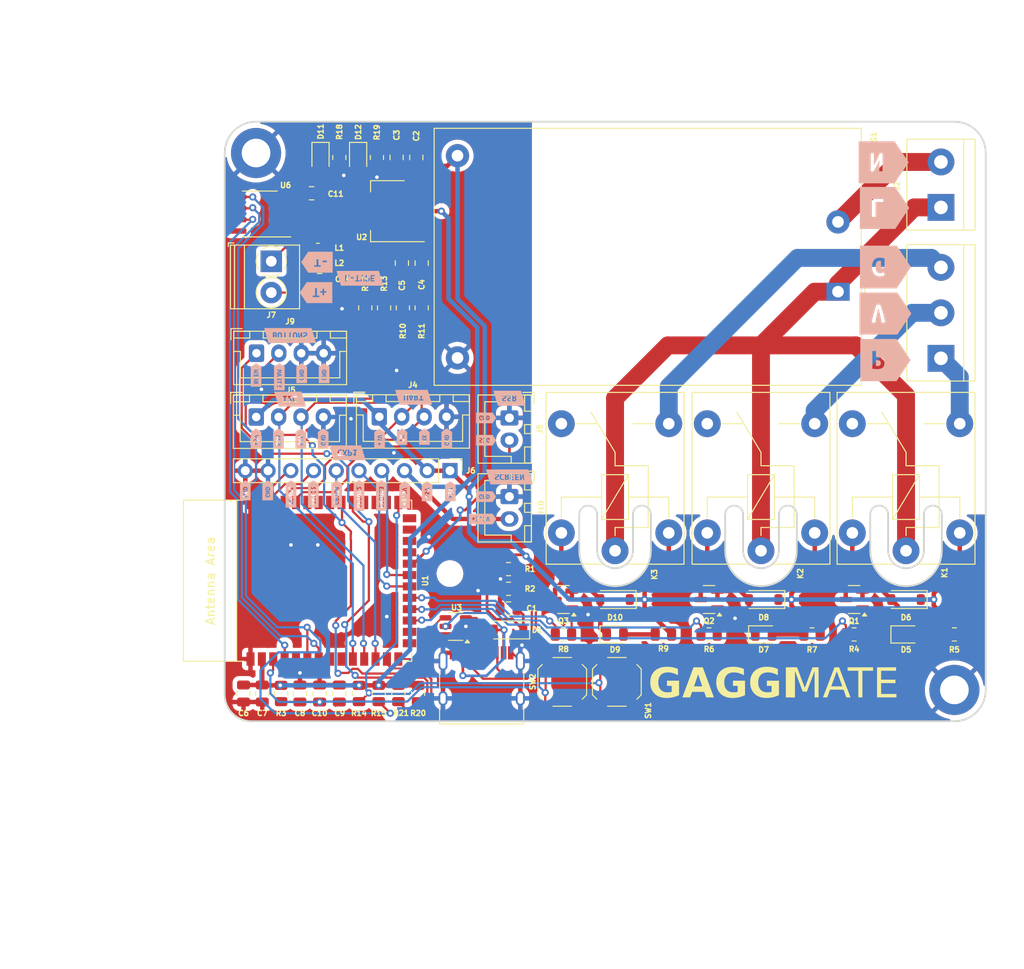
<source format=kicad_pcb>
(kicad_pcb (version 20240108) (generator "pcbnew") (generator_version "8.0")
  (layers (0 "F.Cu" signal) (31 "B.Cu" signal) (34 "B.Paste" user) (35 "F.Paste" user) (36 "B.SilkS" user "B.Silkscreen") (37 "F.SilkS" user "F.Silkscreen") (38 "B.Mask" user) (39 "F.Mask" user) (44 "Edge.Cuts" user))
  (net 0 "")
  (net 1 "+5V")
  (net 2 "Net-(D1-A)")
  (net 3 "GND")
  (net 4 "Net-(J1-CC1)")
  (net 5 "/USB_DP")
  (net 7 "Net-(J1-CC2)")
  (net 9 "LINE")
  (net 10 "NEUT")
  (net 11 "/LINE_PUMP")
  (net 12 "/LINE_VALVE")
  (net 13 "/LINE_GRINDER")
  (net 15 "+3.3V")
  (net 16 "/CHIP_PU")
  (net 17 "/SPI_MISO")
  (net 18 "/SPI_MOSI")
  (net 19 "/SPI_CLK")
  (net 20 "/MAX_CS")
  (net 21 "/SCL")
  (net 22 "/SDA")
  (net 23 "/RELAY_PUMP")
  (net 26 "/RELAY_VALVE")
  (net 27 "/RELAY_GRINDER")
  (net 28 "/GPIO12")
  (net 29 "/GPIO13")
  (net 30 "/SSR")
  (net 31 "/GPIO41")
  (net 32 "/GPIO42")
  (net 33 "/GPIO47")
  (net 35 "/BOOT")
  (net 39 "/GPIO48")
  (net 40 "/GPIO21")
  (net 41 "/GPIO40")
  (net 42 "/UART_RX0")
  (net 43 "/UART_TX0")
  (net 44 "/GPIO2")
  (net 45 "/GPIO1")
  (net 46 "Net-(D5-A)")
  (net 47 "Net-(D7-A)")
  (net 48 "Net-(D9-A)")
  (net 49 "Net-(D5-K)")
  (net 50 "Net-(D10-A)")
  (net 51 "Net-(Q1-B)")
  (net 52 "Net-(Q2-B)")
  (net 53 "Net-(Q3-B)")
  (net 56 "/USB_DN")
  (net 57 "/GPIO8")
  (net 58 "Net-(J7-Pin_1)")
  (net 59 "Net-(J7-Pin_2)")
  (net 60 "Net-(U6-T+)")
  (net 61 "Net-(U6-T-)")
  (net 62 "Net-(D11-K)")
  (net 63 "Net-(D12-K)")
  (net 64 "Net-(D7-K)")
  (net 65 "/BTN_BREW")
  (net 66 "/BTN_STEAM")
  (net 67 "/GPIO16")
  (net 68 "/GPIO15")
  (net 69 "/USB_UF_DP")
  (net 70 "/USB_UF_DN")
  (net 72 "Net-(K1-PadA1)")
  (footprint "MountingHole:MountingHole_2.5mm" (layer "F.Cu") (at 186.86 76.6)
    (property "Reference" "REF**" (hide yes))
    (property "Value" "MountingHole_2.5mm" (hide yes))
  )
  (footprint "Button_Switch_SMD:SW_SPST_SKQG_WithStem" (layer "F.Cu") (at 205.5 88.7 -90)
    (property "Reference" "SW1")
    (property "Value" "SW_Push" (hide yes))
  )
  (footprint "Connector_JST:JST_XH_B2B-XH-A_1x02_P2.50mm_Vertical" (layer "F.Cu") (at 193.5 68 -90)
    (property "Reference" "J10")
    (property "Value" "Conn_01x02" (hide yes))
  )
  (footprint "Capacitor_SMD:C_0805_2012Metric" (layer "F.Cu") (at 180.9 30.1 90)
    (property "Reference" "C3")
    (property "Value" "0.1uF" (hide yes))
  )
  (footprint "Package_TO_SOT_SMD:SOT-23" (layer "F.Cu") (at 199.5375 79.5 180)
    (property "Reference" "Q3")
    (property "Value" "MMBT2222A" (hide yes))
  )
  (footprint "PCM_Espressif:ESP32-S3-WROOM-1" (layer "F.Cu") (at 172.84 77.4 90)
    (property "Reference" "U1")
    (property "Value" "ESP32-S3-WROOM-1" (hide yes))
  )
  (footprint "Relay_THT:Relay_SPDT_Finder_36.11" (layer "F.Cu") (at 237.8 74.05 90)
    (property "Reference" "K1")
    (property "Value" "Relay_SPDT" (hide yes))
  )
  (footprint "Button_Switch_SMD:SW_SPST_SKQG_WithStem" (layer "F.Cu") (at 199.4 88.7 -90)
    (property "Reference" "SW2")
    (property "Value" "SW_Push" (hide yes))
  )
  (footprint "Resistor_SMD:R_0805_2012Metric" (layer "F.Cu") (at 181.6 46.9 -90)
    (property "Reference" "R10")
    (property "Value" "10K" (hide yes))
  )
  (footprint "Resistor_SMD:R_0805_2012Metric" (layer "F.Cu") (at 177.4 46.9 -90)
    (property "Reference" "R12")
    (property "Value" "10K" (hide yes))
  )
  (footprint "LED_SMD:LED_0805_2012Metric" (layer "F.Cu") (at 176.6 30.1 -90)
    (property "Reference" "D12")
    (property "Value" "LED" (hide yes))
  )
  (footprint "LED_SMD:LED_0805_2012Metric" (layer "F.Cu") (at 237.8 83.4)
    (property "Reference" "D5")
    (property "Value" "LED" (hide yes))
  )
  (footprint "Capacitor_SMD:C_0805_2012Metric" (layer "F.Cu") (at 171.4 34.1)
    (property "Reference" "C11")
    (property "Value" "1uF" (hide yes))
  )
  (footprint "Connector_JST:JST_XH_B4B-XH-A_1x04_P2.50mm_Vertical" (layer "F.Cu") (at 165.25 51.975)
    (property "Reference" "J9")
    (property "Value" "Conn_01x04" (hide yes))
  )
  (footprint "Package_TO_SOT_SMD:SOT-23-6" (layer "F.Cu") (at 187.5 82.5 180)
    (property "Reference" "U3")
    (property "Value" "USBLC6-2SC6" (hide yes))
  )
  (footprint "TerminalBlock:TerminalBlock_bornier-3_P5.08mm" (layer "F.Cu") (at 241.7 52.54 90)
    (property "Reference" "J3")
    (property "Value" "Conn_01x03" (hide yes))
  )
  (footprint "Relay_THT:Relay_SPDT_Finder_36.11" (layer "F.Cu") (at 205.3 74.05 90)
    (property "Reference" "K3")
    (property "Value" "Relay_SPDT" (hide yes))
  )
  (footprint "Resistor_SMD:R_0805_2012Metric" (layer "F.Cu") (at 210.7 83.4)
    (property "Reference" "R9")
    (property "Value" "150R" (hide yes))
  )
  (footprint "Package_TO_SOT_SMD:SOT-23" (layer "F.Cu") (at 215.8 79.5 180)
    (property "Reference" "Q2")
    (property "Value" "MMBT2222A" (hide yes))
  )
  (footprint "MountingHole:MountingHole_3.2mm_M3_DIN965_Pad_TopBottom" (layer "F.Cu") (at 165.2 29.6)
    (property "Reference" "H1" (hide yes))
    (property "Value" "MountingHole_Pad" (hide yes))
  )
  (footprint "Diode_SMD:D_SOD-123" (layer "F.Cu") (at 193.4 82.9 180)
    (property "Reference" "D1")
    (property "Value" "1N5819" (hide yes))
  )
  (footprint "Capacitor_SMD:C_0805_2012Metric" (layer "F.Cu") (at 174.5 90 90)
    (property "Reference" "C9")
    (property "Value" "0.1uF" (hide yes))
  )
  (footprint "Resistor_SMD:R_0805_2012Metric" (layer "F.Cu") (at 178.7 30.1 -90)
    (property "Reference" "R19")
    (property "Value" "150R" (hide yes))
  )
  (footprint "Resistor_SMD:R_0805_2012Metric" (layer "F.Cu") (at 227.3 83.4)
    (property "Reference" "R7")
    (property "Value" "150R" (hide yes))
  )
  (footprint "Resistor_SMD:R_0805_2012Metric" (layer "F.Cu") (at 232 83.4 180)
    (property "Reference" "R4")
    (property "Value" "1K" (hide yes))
  )
  (footprint "Resistor_SMD:R_0805_2012Metric" (layer "F.Cu") (at 199.5375 83.4 180)
    (property "Reference" "R8")
    (property "Value" "1K" (hide yes))
  )
  (footprint "Resistor_SMD:R_0805_2012Metric" (layer "F.Cu") (at 178.9 90 -90)
    (property "Reference" "R15")
    (property "Value" "10K" (hide yes))
  )
  (footprint "TerminalBlock_Phoenix:TerminalBlock_Phoenix_PT-1,5-2-3.5-H_1x02_P3.50mm_Horizontal" (layer "F.Cu") (at 166.9 41.7 -90)
    (property "Reference" "J7")
    (property "Value" "Conn_01x02" (hide yes))
  )
  (footprint "Diode_SMD:D_SOD-123" (layer "F.Cu") (at 221.9 79.5 180)
    (property "Reference" "D8")
    (property "Value" "1N4148W" (hide yes))
  )
  (footprint "Package_SO:SOIC-8_3.9x4.9mm_P1.27mm" (layer "F.Cu") (at 165.625 36.413299 180)
    (property "Reference" "U6")
    (property "Value" "MAX31855EASA" (hide yes))
  )
  (footprint "Connector_JST:JST_XH_B4B-XH-A_1x04_P2.50mm_Vertical" (layer "F.Cu") (at 178.97 59.075)
    (property "Reference" "J4")
    (property "Value" "Conn_01x04" (hide yes))
  )
  (footprint "Resistor_SMD:R_0805_2012Metric" (layer "F.Cu") (at 176.7 90 -90)
    (property "Reference" "R14")
    (property "Value" "10K" (hide yes))
  )
  (footprint "LED_SMD:LED_0805_2012Metric" (layer "F.Cu") (at 172.4 30.1 -90)
    (property "Reference" "D11")
    (property "Value" "LED" (hide yes))
  )
  (footprint "Capacitor_SMD:C_0805_2012Metric" (layer "F.Cu") (at 172.3 90 90)
    (property "Reference" "C10")
    (property "Value" "0.1uF" (hide yes))
  )
  (footprint "MountingHole:MountingHole_3.2mm_M3_DIN965_Pad_TopBottom" (layer "F.Cu") (at 243.2 89.6)
    (property "Reference" "H1" (hide yes))
    (property "Value" "MountingHole_Pad" (hide yes))
  )
  (footprint "Package_TO_SOT_SMD:SOT-23" (layer "F.Cu") (at 232 79.5 180)
    (property "Reference" "Q1")
    (property "Value" "MMBT2222A" (hide yes))
  )
  (footprint "Resistor_SMD:R_0805_2012Metric" (layer "F.Cu") (at 215.8 83.4 180)
    (property "Reference" "R6")
    (property "Value" "1K" (hide yes))
  )
  (footprint "Capacitor_SMD:C_0805_2012Metric" (layer "F.Cu") (at 193.4 80.5 180)
    (property "Reference" "C1")
    (property "Value" "10uF" (hide yes))
  )
  (footprint "Diode_SMD:D_SOD-123" (layer "F.Cu") (at 205.3 79.5 180)
    (property "Reference" "D10")
    (property "Value" "1N4148W" (hide yes))
  )
  (footprint "Connector_USB:USB_C_Receptacle_HRO_TYPE-C-31-M-12" (layer "F.Cu") (at 190.4 89.5)
    (property "Reference" "J1" (hide yes))
    (property "Value" "USB_C_Receptacle" (hide yes))
  )
  (footprint "Capacitor_SMD:C_0805_2012Metric" (layer "F.Cu") (at 163.8 90 -90)
    (property "Reference" "C6")
    (property "Value" "10uF" (hide yes))
  )
  (footprint "Resistor_SMD:R_0805_2012Metric" (layer "F.Cu") (at 179.5 46.9 -90)
    (property "Reference" "R13")
    (property "Value" "10K" (hide yes))
  )
  (footprint "Converter_ACDC:Converter_ACDC_HiLink_HLK-10Mxx" (layer "F.Cu") (at 230.2 45.1 180)
    (property "Reference" "PS1")
    (property "Value" "HLK-10M05" (hide yes))
  )
  (footprint "Capacitor_SMD:C_0805_2012Metric" (layer "F.Cu") (at 183.7 41.9 -90)
    (property "Reference" "C4")
    (property "Value" "10uF" (hide yes))
  )
  (footprint "Resistor_SMD:R_0805_2012Metric" (layer "F.Cu") (at 193.4 76.1)
    (property "Reference" "R1")
    (property "Value" "5.1K" (hide yes))
  )
  (footprint "Inductor_SMD:L_0603_1608Metric" (layer "F.Cu") (at 172.1 41.9)
    (property "Reference" "L2")
    (property "Value" "470R" (hide yes))
  )
  (footprint "Resistor_SMD:R_0805_2012Metric" (layer "F.Cu") (at 183.7 46.9 -90)
    (property "Reference" "R11")
    (property "Value" "10K" (hide yes))
  )
  (footprint "Connector_JST:JST_XH_B2B-XH-A_1x02_P2.50mm_Vertical" (layer "F.Cu") (at 193.5 59.2 -90)
    (property "Reference" "J8")
    (property "Value" "Conn_01x02" (hide yes))
  )
  (footprint "Resistor_SMD:R_0805_2012Metric" (layer "F.Cu") (at 181.1 90 -90)
    (property "Reference" "R21")
    (property "Value" "10K" (hide yes))
  )
  (footprint "Resistor_SMD:R_0805_2012Metric" (layer "F.Cu") (at 183.3 90.0125 -90)
    (property "Reference" "R20")
    (property "Value" "10K" (hide yes))
  )
  (footprint "Resistor_SMD:R_0805_2012Metric" (layer "F.Cu") (at 193.4 78.3)
    (property "Reference" "R2")
    (property "Value" "5.1K" (hide yes))
  )
  (footprint "Connector_PinHeader_2.54mm:PinHeader_1x10_P2.54mm_Vertical" (layer "F.Cu") (at 186.86 65.1 -90)
    (property "Reference" "J6")
    (property "Value" "Conn_01x10" (hide yes))
  )
  (footprint "Capacitor_SMD:C_0805_2012Metric" (layer "F.Cu") (at 183.1 30.1 90)
    (property "Reference" "C2")
    (property "Value" "10uF" (hide yes))
  )
  (footprint "Capacitor_SMD:C_0805_2012Metric" (layer "F.Cu") (at 170.1 90 90)
    (property "Reference" "C8")
    (property "Value" "1uF" (hide yes))
  )
  (footprint "LED_SMD:LED_0805_2012Metric" (layer "F.Cu") (at 221.9 83.4)
    (property "Reference" "D7")
    (property "Value" "LED" (hide yes))
  )
  (footprint "TerminalBlock:TerminalBlock_bornier-2_P5.08mm" (layer "F.Cu") (at 241.7 35.68 90)
    (property "Reference" "J2")
    (property "Value" "Conn_01x02" (hide yes))
  )
  (footprint "Capacitor_SMD:C_0805_2012Metric" (layer "F.Cu") (at 181.49 41.9 -90)
    (property "Reference" "C5")
    (property "Value" "0.1uF" (hide yes))
  )
  (footprint "Connector_JST:JST_XH_B4B-XH-A_1x04_P2.50mm_Vertical" (layer "F.Cu") (at 165.22 59.1)
    (property "Reference" "J5")
    (property "Value" "Conn_01x04" (hide yes))
  )
  (footprint "Capacitor_SMD:C_0805_2012Metric" (layer "F.Cu") (at 165.89 90 -90)
    (property "Reference" "C7")
    (property "Value" "0.1uF" (hide yes))
  )
  (footprint "Package_TO_SOT_SMD:SOT-223-3_TabPin2" (layer "F.Cu") (at 179.9 36.1 180)
    (property "Reference" "U2")
    (property "Value" "AMS1117-3.3" (hide yes))
  )
  (footprint "Resistor_SMD:R_0805_2012Metric" (layer "F.Cu") (at 243.2 83.4)
    (property "Reference" "R5")
    (property "Value" "150R" (hide yes))
  )
  (footprint "Relay_THT:Relay_SPDT_Finder_36.11" (layer "F.Cu") (at 221.6 74.05 90)
    (property "Reference" "K2")
    (property "Value" "Relay_SPDT" (hide yes))
  )
  (footprint "LED_SMD:LED_0805_2012Metric" (layer "F.Cu") (at 205.3 83.4)
    (property "Reference" "D9")
    (property "Value" "LED" (hide yes))
  )
  (footprint "Resistor_SMD:R_0805_2012Metric" (layer "F.Cu") (at 168 90 -90)
    (property "Reference" "R3")
    (property "Value" "10K" (hide yes))
  )
  (footprint "Diode_SMD:D_SOD-123" (layer "F.Cu") (at 237.8 79.5 180)
    (property "Reference" "D6")
    (property "Value" "1N4148W" (hide yes))
  )
  (footprint "Inductor_SMD:L_0603_1608Metric" (layer "F.Cu") (at 172.1 40.2)
    (property "Reference" "L1")
    (property "Value" "470R" (hide yes))
  )
  (footprint "Resistor_SMD:R_0805_2012Metric" (layer "F.Cu") (at 174.5 30.1 -90)
    (property "Reference" "R18")
    (property "Value" "68R" (hide yes))
  )
  (footprint "Capacitor_SMD:C_0805_2012Metric" (layer "F.Cu") (at 172.3 43.8)
    (property "Reference" "C14")
    (property "Value" "10nF" (hide yes))
  )
  (footprint "kibuzzard-6732266F" (layer "B.Cu") (at 169.1 67.7 90)
    (property "Reference" "kibuzzard-6732266F" (hide yes))
    (property "Value" "G***" (hide yes))
  )
  (footprint "kibuzzard-67322650" (layer "B.Cu") (at 186.9 67.4 90)
    (property "Reference" "kibuzzard-67322650" (hide yes))
    (property "Value" "G***" (hide yes))
  )
  (footprint "kibuzzard-67322749" (layer "B.Cu") (at 193.5 65.8)
    (property "Reference" "kibuzzard-67322749" (hide yes))
    (property "Value" "G***" (hide yes))
  )
  (footprint "kibuzzard-67322796" (layer "B.Cu") (at 235.5 42.34)
    (property "Reference" "kibuzzard-67322796" (hide yes))
    (property "Value" "G***" (hide yes))
  )
  (footprint "kibuzzard-6735A9FB" (layer "B.Cu") (at 235.3 30.64)
    (property "Reference" "kibuzzard-6735A9FB" (hide yes))
    (property "Value" "G***" (hide yes))
  )
  (footprint "kibuzzard-67322681" (layer "B.Cu") (at 171.6 67.7 90)
    (property "Reference" "kibuzzard-67322681" (hide yes))
    (property "Value" "G***" (hide yes))
  )
  (footprint "kibuzzard-6732279D" (layer "B.Cu") (at 235.5 52.74)
    (property "Reference" "kibuzzard-6732279D" (hide yes))
    (property "Value" "G***" (hide yes))
  )
  (footprint "kibuzzard-67322755" (layer "B.Cu") (at 169 57.1)
    (property "Reference" "kibuzzard-67322755" (hide yes))
    (property "Value" "G***" (hide yes))
  )
  (footprint "kibuzzard-6735A9F6" (layer "B.Cu") (at 235.4 35.74)
    (property "Reference" "kibuzzard-6735A9F6" (hide yes))
    (property "Value" "G***" (hide yes))
  )
  (footprint "kibuzzard-673226D2" (layer "B.Cu") (at 190.9 61.7)
    (property "Reference" "kibuzzard-673226D2" (hide yes))
    (property "Value" "G***" (hide yes))
  )
  (footprint "kibuzzard-67322649" (layer "B.Cu") (at 166.5 67.3 90)
    (property "Reference" "kibuzzard-67322649" (hide yes))
    (property "Value" "G***" (hide yes))
  )
  (footprint "kibuzzard-6732270D" (layer "B.Cu") (at 181.5 61.3 90)
    (property "Reference" "kibuzzard-6732270D" (hide yes))
    (property "Value" "G***" (hide yes))
  )
  (footprint "kibuzzard-67322649" (layer "B.Cu") (at 172.8 54.2 90)
    (property "Reference" "kibuzzard-67322649" (hide yes))
    (property "Value" "G***" (hide yes))
  )
  (footprint "kibuzzard-673226BE" (layer "B.Cu") (at 167.8 54.6 90)
    (property "Reference" "kibuzzard-673226BE" (hide yes))
    (property "Value" "G***" (hide yes))
  )
  (footprint "kibuzzard-67322833" (layer "B.Cu") (at 193.5 57)
    (property "Reference" "kibuzzard-67322833" (hide yes))
    (property "Value" "G***" (hide yes))
  )
  (footprint "kibuzzard-67322650" (layer "B.Cu") (at 165.2 61.5 90)
    (property "Reference" "kibuzzard-67322650" (hide yes))
    (property "Value" "G***" (hide yes))
  )
  (footprint "kibuzzard-67322650" (layer "B.Cu") (at 184.3 67.4 90)
    (property "Reference" "kibuzzard-67322650" (hide yes))
    (property "Value" "G***" (hide yes))
  )
  (footprint "kibuzzard-6732277B" (layer "B.Cu") (at 175.4 63.1)
    (property "Reference" "kibuzzard-6732277B" (hide yes))
    (property "Value" "G***" (hide yes))
  )
  (footprint "kibuzzard-67322649" (layer "B.Cu") (at 164 67.3 90)
    (property "Reference" "kibuzzard-67322649" (hide yes))
    (property "Value" "G***" (hide yes))
  )
  (footprint "kibuzzard-67322783" (layer "B.Cu") (at 176.8 43.6)
    (property "Reference" "kibuzzard-67322783" (hide yes))
    (property "Value" "G***" (hide yes))
  )
  (footprint "kibuzzard-67322575" (layer "B.Cu") (at 172 41.8)
    (property "Reference" "kibuzzard-67322575" (hide yes))
    (property "Value" "G***" (hide yes))
  )
  (footprint "kibuzzard-673226A8" (layer "B.Cu") (at 179.2 67.870338 90)
    (property "Reference" "kibuzzard-673226A8" (hide yes))
    (property "Value" "G***" (hide yes))
  )
  (footprint "kibuzzard-67322649" (layer "B.Cu") (at 190.9 59.2)
    (property "Reference" "kibuzzard-67322649" (hide yes))
    (property "Value" "G***" (hide yes))
  )
  (footprint "kibuzzard-67322686" (layer "B.Cu") (at 174.2 67.7 90)
    (property "Reference" "kibuzzard-67322686" (hide yes))
    (property "Value" "G***" (hide yes))
  )
  (footprint "kibuzzard-67322649" (layer "B.Cu") (at 186.5 61.5 90)
    (property "Reference" "kibuzzard-67322649" (hide yes))
    (property "Value" "G***" (hide yes))
  )
  (footprint "kibuzzard-673226A0" (layer "B.Cu") (at 176.7 67.870338 90)
    (property "Reference" "kibuzzard-673226A0" (hide yes))
    (property "Value" "G***" (hide yes))
  )
  (footprint "kibuzzard-67322714" (layer "B.Cu") (at 184 61.3 90)
    (property "Reference" "kibuzzard-67322714" (hide yes))
    (property "Value" "G***" (hide yes))
  )
  (footprint "kibuzzard-67322649" (layer "B.Cu") (at 190.9 68)
    (property "Reference" "kibuzzard-67322649" (hide yes))
    (property "Value" "G***" (hide yes))
  )
  (footprint "kibuzzard-67322768" (layer "B.Cu") (at 169 50)
    (property "Reference" "kibuzzard-67322768" (hide yes))
    (property "Value" "G***" (hide yes))
  )
  (footprint "kibuzzard-6732257B" (layer "B.Cu") (at 171.9 45.2)
    (property "Reference" "kibuzzard-6732257B" (hide yes))
    (property "Value" "G***" (hide yes))
  )
  (footprint "kibuzzard-673226B7" (layer "B.Cu") (at 165.2 54.4 90)
    (property "Reference" "kibuzzard-673226B7" (hide yes))
    (property "Value" "G***" (hide yes))
  )
  (footprint "kibuzzard-673226AF" (layer "B.Cu") (at 190.5 70.5)
    (property "Reference" "kibuzzard-673226AF" (hide yes))
    (property "Value" "G***" (hide yes))
  )
  (footprint "kibuzzard-673226AF" (layer "B.Cu") (at 181.8 67.8 90)
    (property "Reference" "kibuzzard-673226AF" (hide yes))
    (property "Value" "G***" (hide yes))
  )
  (footprint "kibuzzard-6732261A" (layer "B.Cu") (at 170.2 61.5 90)
    (property "Reference" "kibuzzard-6732261A" (hide yes))
    (property "Value" "G***" (hide yes))
  )
  (footprint "kibuzzard-6732274F" (layer "B.Cu") (at 182.8 56.9)
    (property "Reference" "kibuzzard-6732274F" (hide yes))
    (property "Value" "G***" (hide yes))
  )
  (footprint "kibuzzard-67322655" (layer "B.Cu") (at 167.7 61.5 90)
    (property "Reference" "kibuzzard-67322655" (hide yes))
    (property "Value" "G***" (hide yes))
  )
  (footprint "kibuzzard-67322649" (layer "B.Cu") (at 172.7 61.5 90)
    (property "Reference" "kibuzzard-67322649" (hide yes))
    (property "Value" "G***" (hide yes))
  )
  (footprint "kibuzzard-67322650" (layer "B.Cu") (at 179 61.5 90)
    (property "Reference" "kibuzzard-67322650" (hide yes))
    (property "Value" "G***" (hide yes))
  )
  (footprint "kibuzzard-6732278E" (layer "B.Cu") (at 235.5 47.54)
    (property "Reference" "kibuzzard-6732278E" (hide yes))
    (property "Value" "G***" (hide yes))
  )
  (footprint "kibuzzard-67322649" (layer "B.Cu") (at 170.3 54.2 90)
    (property "Reference" "kibuzzard-67322649" (hide yes))
    (property "Value" "G***" (hide yes))
  )
  (gr_arc (start 233.8 70) (mid 234.092893 69.292893) (end 234.8 69) (stroke (width 0.2)) (layer "Edge.Cuts"))
  (gr_arc (start 207.3 74) (mid 205.3 76) (end 203.3 74) (stroke (width 0.2)) (layer "Edge.Cuts"))
  (gr_line (start 217.6 70) (end 217.6 74) (stroke (width 0.2)) (layer "Edge.Cuts"))
  (gr_arc (start 246.7 89.6) (mid 245.674874 92.074873) (end 243.2 93.1) (stroke (width 0.2)) (layer "Edge.Cuts"))
  (gr_arc (start 240.8 69) (mid 241.507107 69.292893) (end 241.8 70) (stroke (width 0.2)) (layer "Edge.Cuts"))
  (gr_arc (start 207.3 70) (mid 207.592893 69.292893) (end 208.3 69) (stroke (width 0.2)) (layer "Edge.Cuts"))
  (gr_line (start 161.7 29.6) (end 161.7 90.1) (stroke (width 0.2)) (layer "Edge.Cuts"))
  (gr_line (start 219.6 74) (end 219.6 70) (stroke (width 0.2)) (layer "Edge.Cuts"))
  (gr_arc (start 164.7 93.1) (mid 162.578679 92.221321) (end 161.7 90.1) (stroke (width 0.2)) (layer "Edge.Cuts"))
  (gr_arc (start 202.3 69) (mid 203.007107 69.292893) (end 203.3 70) (stroke (width 0.2)) (layer "Edge.Cuts"))
  (gr_arc (start 239.8 74) (mid 237.8 76) (end 235.8 74) (stroke (width 0.2)) (layer "Edge.Cuts"))
  (gr_arc (start 201.3 70) (mid 201.592893 69.292893) (end 202.3 69) (stroke (width 0.2)) (layer "Edge.Cuts"))
  (gr_arc (start 225.6 74) (mid 224.428427 76.828427) (end 221.6 78) (stroke (width 0.2)) (layer "Edge.Cuts"))
  (gr_line (start 201.3 70) (end 201.3 74) (stroke (width 0.2)) (layer "Edge.Cuts"))
  (gr_line (start 207.3 74) (end 207.3 70) (stroke (width 0.2)) (layer "Edge.Cuts"))
  (gr_line (start 209.3 74) (end 209.3 70) (stroke (width 0.2)) (layer "Edge.Cuts"))
  (gr_arc (start 205.3 78) (mid 202.471573 76.828427) (end 201.3 74) (stroke (width 0.2)) (layer "Edge.Cuts"))
  (gr_arc (start 221.6 78) (mid 218.771573 76.828427) (end 217.6 74) (stroke (width 0.2)) (layer "Edge.Cuts"))
  (gr_line (start 235.8 74) (end 235.8 70) (stroke (width 0.2)) (layer "Edge.Cuts"))
  (gr_arc (start 241.8 74) (mid 240.628427 76.828427) (end 237.8 78) (stroke (width 0.2)) (layer "Edge.Cuts"))
  (gr_arc (start 237.8 78) (mid 234.971573 76.828427) (end 233.8 74) (stroke (width 0.2)) (layer "Edge.Cuts"))
  (gr_line (start 246.7 89.6) (end 246.7 29.6) (stroke (width 0.2)) (layer "Edge.Cuts"))
  (gr_arc (start 209.3 74) (mid 208.128427 76.828427) (end 205.3 78) (stroke (width 0.2)) (layer "Edge.Cuts"))
  (gr_line (start 239.8 74) (end 239.8 70) (stroke (width 0.2)) (layer "Edge.Cuts"))
  (gr_arc (start 239.8 70) (mid 240.092893 69.292893) (end 240.8 69) (stroke (width 0.2)) (layer "Edge.Cuts"))
  (gr_line (start 164.7 93.1) (end 243.2 93.1) (stroke (width 0.2)) (layer "Edge.Cuts"))
  (gr_arc (start 243.2 26.1) (mid 245.674873 27.125126) (end 246.7 29.6) (stroke (width 0.2)) (layer "Edge.Cuts"))
  (gr_arc (start 208.3 69) (mid 209.007107 69.292893) (end 209.3 70) (stroke (width 0.2)) (layer "Edge.Cuts"))
  (gr_line (start 203.3 74) (end 203.3 70) (stroke (width 0.2)) (layer "Edge.Cuts"))
  (gr_arc (start 234.8 69) (mid 235.507107 69.292893) (end 235.8 70) (stroke (width 0.2)) (layer "Edge.Cuts"))
  (gr_arc (start 218.6 69) (mid 219.307107 69.292893) (end 219.6 70) (stroke (width 0.2)) (layer "Edge.Cuts"))
  (gr_arc (start 223.6 74) (mid 221.6 76) (end 219.6 74) (stroke (width 0.2)) (layer "Edge.Cuts"))
  (gr_line (start 241.8 74) (end 241.8 70) (stroke (width 0.2)) (layer "Edge.Cuts"))
  (gr_arc (start 223.6 70) (mid 223.892893 69.292893) (end 224.6 69) (stroke (width 0.2)) (layer "Edge.Cuts"))
  (gr_line (start 223.6 74) (end 223.6 70) (stroke (width 0.2)) (layer "Edge.Cuts"))
  (gr_line (start 225.6 74) (end 225.6 70) (stroke (width 0.2)) (layer "Edge.Cuts"))
  (gr_arc (start 217.6 70) (mid 217.892893 69.292893) (end 218.6 69) (stroke (width 0.2)) (layer "Edge.Cuts"))
  (gr_arc (start 224.6 69) (mid 225.307107 69.292893) (end 225.6 70) (stroke (width 0.2)) (layer "Edge.Cuts"))
  (gr_arc (start 161.7 29.6) (mid 162.725126 27.125127) (end 165.2 26.1) (stroke (width 0.2)) (layer "Edge.Cuts"))
  (gr_line (start 243.2 26.1) (end 165.2 26.1) (stroke (width 0.2)) (layer "Edge.Cuts"))
  (gr_line (start 233.8 70) (end 233.8 74) (stroke (width 0.2)) (layer "Edge.Cuts"))
  (gr_text "MATE" (at 224.5 91 0) (layer "F.SilkS") (effects (font (size 3.3 3.3) (thickness 0.1875)) (justify left bottom)))
  (gr_text "GAGGI" (at 209 91 0) (layer "F.SilkS") (effects (font (size 3.3 3.3) (thickness 0.75) (bold yes)) (justify left bottom)))
  (segment (start 192 81.7) (end 191 80.7) (width 0.3) (layer "F.Cu") (net 1))
  (segment (start 193.85 81.7) (end 192 81.7) (width 0.3) (layer "F.Cu") (net 1))
  (segment (start 177.3 33.4) (end 180.5 33.4) (width 0.5) (layer "F.Cu") (net 1))
  (segment (start 206.95 79.5) (end 208.6 79.5) (width 0.5) (layer "F.Cu") (net 1))
  (segment (start 211.3 75.9125) (end 211.3 72.05) (width 0.5) (layer "F.Cu") (net 1))
  (segment (start 189 68) (end 189 67.24) (width 0.5) (layer "F.Cu") (net 1))
  (segment (start 195.05 82.9) (end 195.05 81.2) (width 0.3) (layer "F.Cu") (net 1))
  (segment (start 180.5 33.4) (end 180.9 33) (width 0.5) (layer "F.Cu") (net 1))
  (segment (start 223.55 79.5) (end 225 79.5) (width 0.5) (layer "F.Cu") (net 1))
  (segment (start 225 79.5) (end 225 80.1875) (width 0.5) (layer "F.Cu") (net 1))
  (segment (start 192 74.5) (end 195 74.5) (width 0.3) (layer "F.Cu") (net 1))
  (segment (start 176.6 31.0375) (end 176.6 32.7) (width 0.5) (layer "F.Cu") (net 1))
  (segment (start 191 75.5) (end 192 74.5) (width 0.3) (layer "F.Cu") (net 1))
  (segment (start 208.6 79.5) (end 208.6 78.6125) (width 0.5) (layer "F.Cu") (net 1))
  (segment (start 183.1 31.05) (end 186.55 31.05) (width 0.5) (layer "F.Cu") (net 1))
  (segment (start 240.9 78.8125) (end 243.8 75.9125) (width 0.5) (layer "F.Cu") (net 1))
  (segment (start 225 79.5) (end 225 78.8125) (width 0.5) (layer "F.Cu") (net 1))
  (segment (start 195.05 82.9) (end 193.85 81.7) (width 0.3) (layer "F.Cu") (net 1))
  (segment (start 180.9 31.05) (end 183.1 31.05) (width 0.5) (layer "F.Cu") (net 1))
  (segment (start 189 67.24) (end 186.86 65.1) (width 0.5) (layer "F.Cu") (net 1))
  (segment (start 183.05 33.8) (end 183.05 31.1) (width 0.5) (layer "F.Cu") (net 1))
  (segment (start 243.8 75.9125) (end 243.8 72.05) (width 0.5) (layer "F.Cu") (net 1))
  (segment (start 240.9 79.5) (end 240.9 80.1875) (width 0.5) (layer "F.Cu") (net 1))
  (segment (start 176.6 32.7) (end 177.3 33.4) (width 0.5) (layer "F.Cu") (net 1))
  (segment (start 183.05 31.1) (end 183.1 31.05) (width 0.5) (layer "F.Cu") (net 1))
  (segment (start 240.9 79.5) (end 240.9 78.8125) (width 0.5) (layer "F.Cu") (net 1))
  (segment (start 227.6 76.2125) (end 227.6 72.05) (width 0.5) (layer "F.Cu") (net 1))
  (segment (start 239.45 79.5) (end 240.9 79.5) (width 0.5) (layer "F.Cu") (net 1))
  (segment (start 195.05 81.2) (end 194.35 80.5) (width 0.3) (layer "F.Cu") (net 1))
  (segment (start 191 80.7) (end 191 75.5) (width 0.3) (layer "F.Cu") (net 1))
  (segment (start 225 80.1875) (end 228.2125 83.4) (width 0.5) (layer "F.Cu") (net 1))
  (segment (start 208.6 80.3875) (end 211.6125 83.4) (width 0.5) (layer "F.Cu") (net 1))
  (segment (start 225 78.8125) (end 227.6 76.2125) (width 0.5) (layer "F.Cu") (net 1))
  (segment (start 240.9 80.1875) (end 244.1125 83.4) (width 0.5) (layer "F.Cu") (net 1))
  (segment (start 208.6 78.6125) (end 211.3 75.9125) (width 0.5) (layer "F.Cu") (net 1))
  (segment (start 208.6 79.5) (end 208.6 80.3875) (width 0.5) (layer "F.Cu") (net 1))
  (segment (start 180.9 33) (end 180.9 31.05) (width 0.5) (layer "F.Cu") (net 1))
  (segment (start 186.55 31.05) (end 187.7 29.9) (width 0.5) (layer "F.Cu") (net 1))
  (segment (start 184.32 65.1) (end 186.86 65.1) (width 0.5) (layer "F.Cu") (net 1))
  (via (at 225 79.5) (size 0.8) (drill 0.4) (layers "F.Cu" "B.Cu") (net 1))
  (via (at 208.6 79.5) (size 0.8) (drill 0.4) (layers "F.Cu" "B.Cu") (net 1))
  (via (at 195.35 74.65) (size 0.8) (drill 0.4) (layers "F.Cu" "B.Cu") (net 1))
  (via (at 240.9 79.5) (size 0.8) (drill 0.4) (layers "F.Cu" "B.Cu") (net 1))
  (via (at 189 68) (size 0.8) (drill 0.4) (layers "F.Cu" "B.Cu") (net 1))
  (segment (start 178.97 59.75) (end 178.97 59.075) (width 0.5) (layer "B.Cu") (net 1))
  (segment (start 178.97 59.075) (end 177.095 57.2) (width 0.5) (layer "B.Cu") (net 1))
  (segment (start 189 68) (end 189 67.08995) (width 0.5) (layer "B.Cu") (net 1))
  (segment (start 167.12 57.2) (end 165.22 59.1) (width 0.5) (layer "B.Cu") (net 1))
  (segment (start 187.7 45.9) (end 187.7 29.9) (width 0.5) (layer "B.Cu") (net 1))
  (segment (start 200.2 79.5) (end 195.35 74.65) (width 0.5) (layer "B.Cu") (net 1))
  (segment (start 225 79.5) (end 208.6 79.5) (width 0.5) (layer "B.Cu") (net 1))
  (segment (start 195.35 74.65) (end 193.7 73) (width 0.5) (layer "B.Cu") (net 1))
  (segment (start 190.7495 65.1) (end 190.7495 48.9495) (width 0.5) (layer "B.Cu") (net 1))
  (segment (start 189 67.08995) (end 190.7495 65.34045) (width 0.5) (layer "B.Cu") (net 1))
  (segment (start 190 73) (end 189 72) (width 0.5) (layer "B.Cu") (net 1))
  (segment (start 184.32 65.1) (end 178.97 59.75) (width 0.5) (layer "B.Cu") (net 1))
  (segment (start 189 72) (end 189 68) (width 0.5) (layer "B.Cu") (net 1))
  (segment (start 190.7495 48.9495) (end 187.7 45.9) (width 0.5) (layer "B.Cu") (net 1))
  (segment (start 177.095 57.2) (end 167.12 57.2) (width 0.5) (layer "B.Cu") (net 1))
  (segment (start 208.6 79.5) (end 200.2 79.5) (width 0.5) (layer "B.Cu") (net 1))
  (segment (start 190.7495 65.34045) (end 190.7495 65.1) (width 0.5) (layer "B.Cu") (net 1))
  (segment (start 193.7 73) (end 190 73) (width 0.5) (layer "B.Cu") (net 1))
  (segment (start 225 79.5) (end 240.9 79.5) (width 0.5) (layer "B.Cu") (net 1))
  (segment (start 188.3 88) (end 188.3 86.474976) (width 0.3) (layer "F.Cu") (net 2))
  (segment (start 188.3 86.474976) (end 187.95 86.124976) (width 0.3) (layer "F.Cu") (net 2))
  (segment (start 191.75 82.9) (end 191.7 82.9) (width 0.5) (layer "F.Cu") (net 2))
  (segment (start 192.9 82.9) (end 192.85 82.95) (width 0.3) (layer "F.Cu") (net 2))
  (segment (start 187.95 86.124976) (end 187.95 85.455) (width 0.3) (layer "F.Cu") (net 2))
  (segment (start 191.75 82.9) (end 192.9 82.9) (width 0.3) (layer "F.Cu") (net 2))
  (segment (start 192.85 82.95) (end 192.85 85.455) (width 0.3) (layer "F.Cu") (net 2))
  (via (at 192.9 82.9) (size 0.8) (drill 0.4) (layers "F.Cu" "B.Cu") (net 2))
  (via (at 188.3 88) (size 0.8) (drill 0.4) (layers "F.Cu" "B.Cu") (net 2))
  (via (at 186.3625 82.5) (size 0.8) (drill 0.4) (layers "F.Cu" "B.Cu") (net 2))
  (segment (start 188.325 88.025) (end 188.3 88) (width 0.3) (layer "B.Cu") (net 2))
  (segment (start 192.9 86.060661) (end 190.935661 88.025) (width 0.3) (layer "B.Cu") (net 2))
  (segment (start 191 81) (end 192.9 82.9) (width 0.25) (layer "B.Cu") (net 2))
  (segment (start 190.935661 88.025) (end 188.325 88.025) (width 0.3) (layer "B.Cu") (net 2))
  (segment (start 186.3625 82.5) (end 187.8625 81) (width 0.25) (layer "B.Cu") (net 2))
  (segment (start 187.8625 81) (end 191 81) (width 0.25) (layer "B.Cu") (net 2))
  (segment (start 192.9 82.9) (end 192.9 86.060661) (width 0.3) (layer "B.Cu") (net 2))
  (segment (start 169.575 89.3375) (end 169.575 89.05) (width 0.25) (layer "F.Cu") (net 3))
  (segment (start 193.805 85.455) (end 194.72 86.37) (width 0.25) (layer "F.Cu") (net 3))
  (segment (start 193.65 85.455) (end 193.805 85.455) (width 0.25) (layer "F.Cu") (net 3))
  (via (at 174.8 47) (size 0.8) (drill 0.4) (layers "F.Cu" "B.Cu") (net 3))
  (via (at 179.8 81.4) (size 0.8) (drill 0.4) (layers "F.Cu" "B.Cu") (net 3))
  (via (at 165.8 56) (size 0.8) (drill 0.4) (layers "F.Cu" "B.Cu") (net 3))
  (via (at 180.9 53.9) (size 0.8) (drill 0.4) (layers "F.Cu" "B.Cu") (net 3))
  (via (at 175 32.1) (size 0.8) (drill 0.4) (layers "F.Cu" "B.Cu") (net 3))
  (via (at 192.5 77.2) (size 0.8) (drill 0.4) (layers "F.Cu" "B.Cu") (net 3))
  (via (at 175.8 59.3) (size 0.8) (drill 0.4) (layers "F.Cu" "B.Cu") (net 3))
  (via (at 170.1 87.7) (size 0.8) (drill 0.4) (layers "F.Cu" "B.Cu") (net 3))
  (via (at 169.1 73.4) (size 0.8) (drill 0.4) (layers "F.Cu" "B.Cu") (net 3))
  (via (at 190 78.5) (size 0.8) (drill 0.4) (layers "F.Cu" "B.Cu") (net 3))
  (via (at 184.5 72.5) (size 0.8) (drill 0.4) (layers "F.Cu" "B.Cu") (net 3))
  (via (at 188.6375 82.5) (size 0.8) (drill 0.4) (layers "F.Cu" "B.Cu") (net 3))
  (via (at 202.285192 81.181049) (size 0.8) (drill 0.4) (layers "F.Cu" "B.Cu") (net 3))
  (via (at 180.6 63.1) (size 0.8) (drill 0.4) (layers "F.Cu" "B.Cu") (net 3))
  (via (at 218.7 81.6) (size 0.8) (drill 0.4) (layers "F.Cu" "B.Cu") (net 3))
  (via (at 178.7 32.3) (size 0.8) (drill 0.4) (layers "F.Cu" "B.Cu") (net 3))
  (via (at 194.9 84.6) (size 0.8) (drill 0.4) (layers "F.Cu" "B.Cu") (net 3))
  (via (at 172.1 73.4) (size 0.8) (drill 0.4) (layers "F.Cu" "B.Cu") (net 3))
  (segment (start 190.55 88.35) (end 189.15 86.95) (width 0.25) (layer "F.Cu") (net 4))
  (segment (start 196.45 78.2375) (end 196.45 87.386396) (width 0.25) (layer "F.Cu") (net 4))
  (segment (start 189.15 86.95) (end 189.15 85.455) (width 0.25) (layer "F.Cu") (net 4))
  (segment (start 194.3125 76.1) (end 196.45 78.2375) (width 0.25) (layer "F.Cu") (net 4))
  (segment (start 195.486396 88.35) (end 190.55 88.35) (width 0.25) (layer "F.Cu") (net 4))
  (segment (start 196.45 87.386396) (end 195.486396 88.35) (width 0.25) (layer "F.Cu") (net 4))
  (segment (start 184.26 84.194314) (end 183.963512 84.194314) (width 0.2) (layer "F.Cu") (net 5))
  (segment (start 184.465473 84.468841) (end 184.5 84.434314) (width 0.2) (layer "F.Cu") (net 5))
  (segment (start 184.5 83) (end 185.95 81.55) (width 0.2) (layer "F.Cu") (net 5))
  (segment (start 184.5 83.234314) (end 184.5 83) (width 0.2) (layer "F.Cu") (net 5))
  (segment (start 183.963512 83.594314) (end 184.26 83.594314) (width 0.2) (layer "F.Cu") (net 5))
  (segment (start 184.005854 84.92846) (end 184.465473 84.468841) (width 0.2) (layer "F.Cu") (net 5))
  (segment (start 184.5 83.354314) (end 184.5 83.234314) (width 0.2) (layer "F.Cu") (net 5))
  (segment (start 185.95 81.55) (end 186.3625 81.55) (width 0.2) (layer "F.Cu") (net 5))
  (segment (start 183.723512 83.954314) (end 183.723512 83.834314) (width 0.2) (layer "F.Cu") (net 5))
  (segment (start 181.09 86.15) (end 182.784314 86.15) (width 0.2) (layer "F.Cu") (net 5))
  (segment (start 182.784314 86.15) (end 184.005854 84.92846) (width 0.2) (layer "F.Cu") (net 5))
  (arc (start 183.723512 83.834314) (mid 183.793806 83.664608) (end 183.963512 83.594314) (width 0.2) (layer "F.Cu") (net 5))
  (arc (start 184.5 84.434314) (mid 184.429706 84.264608) (end 184.26 84.194314) (width 0.2) (layer "F.Cu") (net 5))
  (arc (start 184.26 83.594314) (mid 184.429706 83.52402) (end 184.5 83.354314) (width 0.2) (layer "F.Cu") (net 5))
  (arc (start 183.963512 84.194314) (mid 183.793806 84.12402) (end 183.723512 83.954314) (width 0.2) (layer "F.Cu") (net 5))
  (segment (start 194.3125 78.3) (end 196 79.9875) (width 0.25) (layer "F.Cu") (net 7))
  (segment (start 192.8 87.9) (end 192.15 87.25) (width 0.25) (layer "F.Cu") (net 7))
  (segment (start 192.15 87.25) (end 192.15 85.455) (width 0.25) (layer "F.Cu") (net 7))
  (segment (start 195.3 87.9) (end 192.8 87.9) (width 0.25) (layer "F.Cu") (net 7))
  (segment (start 196 87.2) (end 195.3 87.9) (width 0.25) (layer "F.Cu") (net 7))
  (segment (start 196 79.9875) (end 196 87.2) (width 0.25) (layer "F.Cu") (net 7))
  (segment (start 232.2 51.1) (end 221.6 51.1) (width 2) (layer "F.Cu") (net 9))
  (segment (start 221.6 51.1) (end 221.6 74.05) (width 2) (layer "F.Cu") (net 9))
  (segment (start 230.2 45.1) (end 227.6 45.1) (width 2) (layer "F.Cu") (net 9))
  (segment (start 238.72 35.68) (end 230.2 44.2) (width 2) (layer "F.Cu") (net 9))
  (segment (start 211.2 51.1) (end 205.3 57) (width 2) (layer "F.Cu") (net 9))
  (segment (start 237.8 56.7) (end 232.2 51.1) (width 2) (layer "F.Cu") (net 9))
  (segment (start 230.2 44.2) (end 230.2 45.1) (width 2) (layer "F.Cu") (net 9))
  (segment (start 237.8 74.05) (end 237.8 56.7) (width 2) (layer "F.Cu") (net 9))
  (segment (start 227.6 45.1) (end 221.6 51.1) (width 2) (layer "F.Cu") (net 9))
  (segment (start 221.6 51.1) (end 211.2 51.1) (width 2) (layer "F.Cu") (net 9))
  (segment (start 241.7 35.68) (end 238.72 35.68) (width 2) (layer "F.Cu") (net 9))
  (segment (start 205.3 57) (end 205.3 74.05) (width 2) (layer "F.Cu") (net 9))
  (segment (start 241.7 30.6) (end 236.9 30.6) (width 2) (layer "F.Cu") (net 10))
  (segment (start 236.9 30.6) (end 230.2 37.3) (width 2) (layer "F.Cu") (net 10))
  (segment (start 243.8 54.64) (end 241.7 52.54) (width 2) (layer "B.Cu") (net 11))
  (segment (start 243.8 59.85) (end 243.8 54.64) (width 2) (layer "B.Cu") (net 11))
  (segment (start 227.6 59.85) (end 227.6 58.355123) (width 2) (layer "B.Cu") (net 12))
  (segment (start 238.495123 47.46) (end 241.7 47.46) (width 2) (layer "B.Cu") (net 12))
  (segment (start 227.6 58.355123) (end 238.495123 47.46) (width 2) (layer "B.Cu") (net 12))
  (segment (start 211.3 59.85) (end 211.3 55.7) (width 2) (layer "B.Cu") (net 13))
  (segment (start 240.642059 41.322059) (end 241.7 42.38) (width 2) (layer "B.Cu") (net 13))
  (segment (start 225.677941 41.322059) (end 240.642059 41.322059) (width 2) (layer "B.Cu") (net 13))
  (segment (start 211.3 55.7) (end 225.677941 41.322059) (width 2) (layer "B.Cu") (net 13))
  (segment (start 193.5 70.5) (end 187.18 70.5) (width 0.5) (layer "F.Cu") (net 15))
  (segment (start 176.75 36.1) (end 183.05 36.1) (width 0.5) (layer "F.Cu") (net 15))
  (segment (start 176.75 34.25) (end 176.75 36.1) (width 0.5) (layer "F.Cu") (net 15))
  (segment (start 174.3375 33.1375) (end 175.6375 33.1375) (width 0.5) (layer "F.Cu") (net 15))
  (segment (start 177.4 45.9875) (end 183.7 45.9875) (width 0.5) (layer "F.Cu") (net 15))
  (segment (start 163.8 89.05) (end 165.89 89.05) (width 0.5) (layer "F.Cu") (net 15))
  (segment (start 178.9 89.0875) (end 176.7 89.0875) (width 0.5) (layer "F.Cu") (net 15))
  (segment (start 172.4 31.0375) (end 172.4 31.2) (width 0.5) (layer "F.Cu") (net 15))
  (segment (start 187.18 70.5) (end 181.78 65.1) (width 0.5) (layer "F.Cu") (net 15))
  (segment (start 179.5 45.9875) (end 179.5 42.94) (width 0.5) (layer "F.Cu") (net 15))
  (segment (start 175.6375 33.1375) (end 176.75 34.25) (width 0.5) (layer "F.Cu") (net 15))
  (segment (start 185.9 36.1) (end 183.05 36.1) (width 0.5) (layer "F.Cu") (net 15))
  (segment (start 170.45 32.9875) (end 172.4 31.0375) (width 0.5) (layer "F.Cu") (net 15))
  (segment (start 181.49 40.95) (end 183.7 40.95) (width 0.5) (layer "F.Cu") (net 15))
  (segment (start 178.9 89.0875) (end 183.2875 89.0875) (width 0.5) (layer "F.Cu") (net 15))
  (segment (start 172.4 31.2) (end 174.3375 33.1375) (width 0.5) (layer "F.Cu") (net 15))
  (segment (start 181.49 40.84) (end 181.49 40.95) (width 0.5) (layer "F.Cu") (net 15))
  (segment (start 179.5 42.94) (end 181.49 40.95) (width 0.5) (layer "F.Cu") (net 15))
  (segment (start 168.1 34.508299) (end 170.041701 34.508299) (width 0.5) (layer "F.Cu") (net 15))
  (segment (start 176.75 36.1) (end 181.49 40.84) (width 0.5) (layer "F.Cu") (net 15))
  (segment (start 165.89 89.05) (end 165.89 86.19) (width 0.5) (layer "F.Cu") (net 15))
  (segment (start 170.45 34.1) (end 170.45 32.9875) (width 0.5) (layer "F.Cu") (net 15))
  (segment (start 165.89 86.19) (end 165.85 86.15) (width 0.5) (layer "F.Cu") (net 15))
  (segment (start 165.9275 89.0875) (end 165.89 89.05) (width 0.5) (layer "F.Cu") (net 15))
  (segment (start 170.041701 34.508299) (end 170.45 34.1) (width 0.5) (layer "F.Cu") (net 15))
  (segment (start 168 89.0875) (end 167.9 89.0875) (width 0.5) (layer "F.Cu") (net 15))
  (segment (start 167.9 89.0875) (end 165.9275 89.0875) (width 0.5) (layer "F.Cu") (net 15))
  (segment (start 183.2875 89.0875) (end 183.3 89.1) (width 0.5) (layer "F.Cu") (net 15))
  (via (at 176.7 89.0875) (size 0.8) (drill 0.4) (layers "F.Cu" "B.Cu") (net 15))
  (via (at 167.9 89.0875) (size 0.8) (drill 0.4) (layers "F.Cu" "B.Cu") (net 15))
  (via (at 178.9 89.0875) (size 0.8) (drill 0.4) (layers "F.Cu" "B.Cu") (net 15))
  (via (at 185.9 36.1) (size 0.8) (drill 0.4) (layers "F.Cu" "B.Cu") (net 15))
  (segment (start 189.9 65.2) (end 189.9 49.08995) (width 0.5) (layer "B.Cu") (net 15))
  (segment (start 183.58 66.9) (end 188.2 66.9) (width 0.5) (layer "B.Cu") (net 15))
  (segment (start 186.7 45.88995) (end 186.7 36.9) (width 0.5) (layer "B.Cu") (net 15))
  (segment (start 182.4 85.1) (end 182.4 72.7) (width 0.5) (layer "B.Cu") (net 15))
  (segment (start 178.9 88.6) (end 182.4 85.1) (width 0.5) (layer "B.Cu") (net 15))
  (segment (start 188.2 66.9) (end 189.9 65.2) (width 0.5) (layer "B.Cu") (net 15))
  (segment (start 186.7 36.9) (end 185.9 36.1) (width 0.5) (layer "B.Cu") (net 15))
  (segment (start 182.4 72.7) (end 188.2 66.9) (width 0.5) (layer "B.Cu") (net 15))
  (segment (start 168.0125 89.0875) (end 168 89.1) (width 0.5) (layer "B.Cu") (net 15))
  (segment (start 176.7 89.0875) (end 168.0125 89.0875) (width 0.5) (layer "B.Cu") (net 15))
  (segment (start 189.9 49.08995) (end 186.7 45.88995) (width 0.5) (layer "B.Cu") (net 15))
  (segment (start 181.78 65.1) (end 183.58 66.9) (width 0.5) (layer "B.Cu") (net 15))
  (segment (start 178.9 89.0875) (end 178.9 88.6) (width 0.5) (layer "B.Cu") (net 15))
  (segment (start 197.5 89.9) (end 197.5 91.75) (width 0.25) (layer "F.Cu") (net 16))
  (segment (start 197.5 91.75) (end 197.55 91.8) (width 0.25) (layer "F.Cu") (net 16))
  (segment (start 168.0375 90.95) (end 168 90.9125) (width 0.25) (layer "F.Cu") (net 16))
  (segment (start 197.5 89.9) (end 197.2 89.9) (width 0.25) (layer "F.Cu") (net 16))
  (segment (start 197.5 89.9) (end 197.55 89.85) (width 0.25) (layer "F.Cu") (net 16))
  (segment (start 167.1 87.4) (end 167.1 85.55) (width 0.25) (layer "F.Cu") (net 16))
  (segment (start 197.55 89.85) (end 197.55 85.6) (width 0.25) (layer "F.Cu") (net 16))
  (segment (start 172.3 90.95) (end 168.0375 90.95) (width 0.25) (layer "F.Cu") (net 16))
  (segment (start 166.8 87.7) (end 167.1 87.4) (width 0.25) (layer "F.Cu") (net 16))
  (segment (start 167.12 86.15) (end 167.12 86.82) (width 0.25) (layer "F.Cu") (net 16))
  (via (at 172.3 90.95) (size 0.8) (drill 0.4) (layers "F.Cu" "B.Cu") (net 16))
  (via (at 166.8 87.7) (size 0.8) (drill 0.4) (layers "F.Cu" "B.Cu") (net 16))
  (via (at 197.5 89.9) (size 0.8) (drill 0.4) (layers "F.Cu" "B.Cu") (net 16))
  (segment (start 172.35 90.9) (end 172.3 90.95) (width 0.25) (layer "B.Cu") (net 16))
  (segment (start 167.75 90.95) (end 172.3 90.95) (width 0.25) (layer "B.Cu") (net 16))
  (segment (start 196.9 89.3) (end 183.7 89.3) (width 0.25) (layer "B.Cu") (net 16))
  (segment (start 183.7 89.3) (end 182.1 90.9) (width 0.25) (layer "B.Cu") (net 16))
  (segment (start 166.8 90) (end 167.75 90.95) (width 0.25) (layer "B.Cu") (net 16))
  (segment (start 172.3 90.95) (end 172.25 90.9) (width 0.25) (layer "B.Cu") (net 16))
  (segment (start 166.8 87.7) (end 166.8 90) (width 0.25) (layer "B.Cu") (net 16))
  (segment (start 197.5 89.9) (end 196.9 89.3) (width 0.25) (layer "B.Cu") (net 16))
  (segment (start 182.1 90.9) (end 172.35 90.9) (width 0.25) (layer "B.Cu") (net 16))
  (segment (start 168.4 86.14) (end 168.39 86.15) (width 0.25) (layer "F.Cu") (net 17))
  (segment (start 164.89 37.048299) (end 164.925 37.013299) (width 0.25) (layer "F.Cu") (net 17))
  (segment (start 163.15 37.048299) (end 164.79 37.048299) (width 0.25) (layer "F.Cu") (net 17))
  (segment (start 164.86 37.048299) (end 164.89 37.048299) (width 0.25) (layer "F.Cu") (net 17))
  (segment (start 168.4 84.6) (end 168.4 86.14) (width 0.25) (layer "F.Cu") (net 17))
  (segment (start 164.825 37.013299) (end 164.86 37.048299) (width 0.25) (layer "F.Cu") (net 17))
  (segment (start 164.79 37.048299) (end 164.825 37.013299) (width 0.25) (layer "F.Cu") (net 17))
  (via (at 168.4 84.6) (size 0.8) (drill 0.4) (layers "F.Cu" "B.Cu") (net 17))
  (via (at 164.825 37.013299) (size 0.8) (drill 0.4) (layers "F.Cu" "B.Cu") (net 17))
  (segment (start 168.3 84.6) (end 168.4 84.6) (width 0.25) (layer "B.Cu") (net 17))
  (segment (start 163.165 79.465) (end 163.165 68.348222) (width 0.25) (layer "B.Cu") (net 17))
  (segment (start 168.3 84.6) (end 163.165 79.465) (width 0.25) (layer "B.Cu") (net 17))
  (segment (start 162.3 39.538299) (end 164.825 37.013299) (width 0.25) (layer "B.Cu") (net 17))
  (segment (start 168.4 84.7) (end 168.3 84.6) (width 0.25) (layer "B.Cu") (net 17))
  (segment (start 163.165 68.348222) (end 162.3 67.483222) (width 0.25) (layer "B.Cu") (net 17))
  (segment (start 162.3 67.483222) (end 162.3 39.538299) (width 0.25) (layer "B.Cu") (net 17))
  (segment (start 168.4 84.6) (end 168.4 84.7) (width 0.25) (layer "B.Cu") (net 17))
  (segment (start 164.825 34.513299) (end 164.825 34.413299) (width 0.25) (layer "F.Cu") (net 19))
  (segment (start 164.73 34.508299) (end 164.725 34.513299) (width 0.25) (layer "F.Cu") (net 19))
  (segment (start 180.19375 92.20625) (end 180.2875 92.3) (width 0.25) (layer "F.Cu") (net 19))
  (segment (start 180.2875 92.3) (end 180.4 92.3) (width 0.25) (layer "F.Cu") (net 19))
  (segment (start 170.9 82.6) (end 170.93 82.63) (width 0.25) (layer "F.Cu") (net 19))
  (segment (start 170.93 82.63) (end 170.93 86.15) (width 0.25) (layer "F.Cu") (net 19))
  (segment (start 163.15 34.508299) (end 164.73 34.508299) (width 0.25) (layer "F.Cu") (net 19))
  (segment (start 178.9 90.9125) (end 180.19375 92.20625) (width 0.25) (layer "F.Cu") (net 19))
  (segment (start 164.725 34.513299) (end 164.825 34.513299) (width 0.25) (layer "F.Cu") (net 19))
  (segment (start 164.825 34.413299) (end 164.825 34.413299) (width 0.25) (layer "F.Cu") (net 19))
  (via (at 170.9 82.6) (size 0.8) (drill 0.4) (layers "F.Cu" "B.Cu") (net 19))
  (via (at 164.825 34.513299) (size 0.8) (drill 0.4) (layers "F.Cu" "B.Cu") (net 19))
  (via (at 180.19375 92.20625) (size 0.8) (drill 0.4) (layers "F.Cu" "B.Cu") (net 19))
  (segment (start 167.572792 82.6) (end 164.065 79.092208) (width 0.25) (layer "B.Cu") (net 19))
  (segment (start 180.19375 92.20625) (end 167.30625 92.20625) (width 0.25) (layer "B.Cu") (net 19))
  (segment (start 165.7 90.6) (end 165.7 87.4) (width 0.25) (layer "B.Cu") (net 19))
  (segment (start 164.065 67.97543) (end 163.694785 67.605215) (width 0.25) (layer "B.Cu") (net 19))
  (segment (start 172.38 85.245305) (end 172.38 84.08) (width 0.25) (layer "B.Cu") (net 19))
  (segment (start 170.9 82.6) (end 167.572792 82.6) (width 0.25) (layer "B.Cu") (net 19))
  (segment (start 163.2 40.3) (end 166 37.5) (width 0.25) (layer "B.Cu") (net 19))
  (segment (start 163.694785 67.605215) (end 165.2 66.1) (width 0.25) (layer "B.Cu") (net 19))
  (segment (start 166 35.688299) (end 164.825 34.513299) (width 0.25) (layer "B.Cu") (net 19))
  (segment (start 165.2 61.3) (end 163.2 59.3) (width 0.25) (layer "B.Cu") (net 19))
  (segment (start 172.38 84.08) (end 170.9 82.6) (width 0.25) (layer "B.Cu") (net 19))
  (segment (start 163.2 59.3) (end 163.2 40.3) (width 0.25) (layer "B.Cu") (net 19))
  (segment (start 166 37.5) (end 166 35.688299) (width 0.25) (layer "B.Cu") (net 19))
  (segment (start 172.225305 85.4) (end 172.38 85.245305) (width 0.25) (layer "B.Cu") (net 19))
  (segment (start 167.30625 92.20625) (end 165.7 90.6) (width 0.25) (layer "B.Cu") (net 19))
  (segment (start 167.7 85.4) (end 172.225305 85.4) (width 0.25) (layer "B.Cu") (net 19))
  (segment (start 165.2 66.1) (end 165.2 61.3) (width 0.25) (layer "B.Cu") (net 19))
  (segment (start 164.065 79.092208) (end 164.065 67.97543) (width 0.25) (layer "B.Cu") (net 19))
  (segment (start 165.7 87.4) (end 167.7 85.4) (width 0.25) (layer "B.Cu") (net 19))
  (segment (start 163.15 35.778299) (end 164.76 35.778299) (width 0.25) (layer "F.Cu") (net 20))
  (segment (start 164.76 35.778299) (end 164.825 35.713299) (width 0.25) (layer "F.Cu") (net 20))
  (segment (start 171.655 84.4) (end 172.2 84.945) (width 0.25) (layer "F.Cu") (net 20))
  (segment (start 172.2 84.945) (end 172.2 86.15) (width 0.25) (layer "F.Cu") (net 20))
  (via (at 164.825 35.713299) (size 0.8) (drill 0.4) (layers "F.Cu" "B.Cu") (net 20))
  (via (at 171.655 84.4) (size 0.8) (drill 0.4) (layers "F.Cu" "B.Cu") (net 20))
  (segment (start 170.855 83.6) (end 167.936396 83.6) (width 0.25) (layer "B.Cu") (net 20))
  (segment (start 162.75 40.113604) (end 165.55 37.313604) (width 0.25) (layer "B.Cu") (net 20))
  (segment (start 165.55 36.438299) (end 164.825 35.713299) (width 0.25) (layer "B.Cu") (net 20))
  (segment (start 162.75 67.296826) (end 162.75 40.113604) (width 0.25) (layer "B.Cu") (net 20))
  (segment (start 163.615 68.161826) (end 162.75 67.296826) (width 0.25) (layer "B.Cu") (net 20))
  (segment (start 163.615 79.278604) (end 163.615 68.161826) (width 0.25) (layer "B.Cu") (net 20))
  (segment (start 167.936396 83.6) (end 163.615 79.278604) (width 0.25) (layer "B.Cu") (net 20))
  (segment (start 165.55 37.313604) (end 165.55 36.438299) (width 0.25) (layer "B.Cu") (net 20))
  (segment (start 171.655 84.4) (end 170.855 83.6) (width 0.25) (layer "B.Cu") (net 20))
  (segment (start 169.77 57.05) (end 167.72 59.1) (width 0.25) (layer "F.Cu") (net 21))
  (segment (start 182.35 50.686396) (end 182.35 56.922208) (width 0.25) (layer "F.Cu") (net 21))
  (segment (start 180.763604 49.1) (end 182.35 50.686396) (width 0.25) (layer "F.Cu") (net 21))
  (segment (start 182.35 56.922208) (end 182.222208 57.05) (width 0.25) (layer "F.Cu") (net 21))
  (segment (start 177.4 47.8125) (end 178.0125 47.8125) (width 0.25) (layer "F.Cu") (net 21))
  (segment (start 182.222208 57.05) (end 169.77 57.05) (width 0.25) (layer "F.Cu") (net 21))
  (segment (start 178.0125 47.8125) (end 178.475 48.275) (width 0.25) (layer "F.Cu") (net 21))
  (segment (start 179.261826 49.1) (end 180.763604 49.1) (width 0.25) (layer "F.Cu") (net 21))
  (segment (start 176.01 84.41) (end 176 84.4) (width 0.25) (layer "F.Cu") (net 21))
  (segment (start 178.475 48.313174) (end 179.261826 49.1) (width 0.25) (layer "F.Cu") (net 21))
  (segment (start 176.01 86.15) (end 176.01 84.41) (width 0.25) (layer "F.Cu") (net 21))
  (segment (start 178.475 48.275) (end 178.475 48.313174) (width 0.25) (layer "F.Cu") (net 21))
  (via (at 176 84.4) (size 0.8) (drill 0.4) (layers "F.Cu" "B.Cu") (net 21))
  (segment (start 167.8 59.18) (end 167.8 67.3) (width 0.25) (layer "B.Cu") (net 21))
  (segment (start 176 75.5) (end 176 84.3) (width 0.25) (layer "B.Cu") (net 21))
  (segment (start 167.72 59.1) (end 167.8 59.18) (width 0.25) (layer "B.Cu") (net 21))
  (segment (start 176.1 84.4) (end 176 84.3) (width 0.25) (layer "B.Cu") (net 21))
  (segment (start 167.8 67.3) (end 176 75.5) (width 0.25) (layer "B.Cu") (net 21))
  (segment (start 176 84.4) (end 176.1 84.4) (width 0.25) (layer "B.Cu") (net 21))
  (segment (start 176 84.3) (end 176 84.4) (width 0.25) (layer "B.Cu") (net 21))
  (segment (start 179.4 48.3) (end 179.75 48.65) (width 0.25) (layer "F.Cu") (net 22))
  (segment (start 179.75 48.65) (end 180.95 48.65) (width 0.25) (layer "F.Cu") (net 22))
  (segment (start 179.4 47.8125) (end 179.4 48.3) (width 0.25) (layer "F.Cu") (net 22))
  (segment (start 182.8 50.5) (end 182.8 57.108604) (width 0.25) (layer "F.Cu") (net 22))
  (segment (start 182.8 57.108604) (end 182.408604 57.5) (width 0.25) (layer "F.Cu") (net 22))
  (segment (start 182.408604 57.5) (end 171.82 57.5) (width 0.25) (layer "F.Cu") (net 22))
  (segment (start 177.28 86.15) (end 177.28 84.48) (width 0.25) (layer "F.Cu") (net 22))
  (segment (start 177.28 84.48) (end 177.2 84.4) (width 0.25) (layer "F.Cu") (net 22))
  (segment (start 180.95 48.65) (end 182.8 50.5) (width 0.25) (layer "F.Cu") (net 22))
  (segment (start 171.82 57.5) (end 170.22 59.1) (width 0.25) (layer "F.Cu") (net 22))
  (via (at 177.2 84.4) (size 0.8) (drill 0.4) (layers "F.Cu" "B.Cu") (net 22))
  (segment (start 170.3 59.18) (end 170.3 68.8) (width 0.25) (layer "B.Cu") (net 22))
  (segment (start 170.22 59.1) (end 170.3 59.18) (width 0.25) (layer "B.Cu") (net 22))
  (segment (start 177.4 84.4) (end 177.3 84.3) (width 0.25) (layer "B.Cu") (net 22))
  (segment (start 177.2 84.4) (end 177.4 84.4) (width 0.25) (layer "B.Cu") (net 22))
  (segment (start 170.3 68.8) (end 177.2 75.7) (width 0.25) (layer "B.Cu") (net 22))
  (segment (start 177.2 75.7) (end 177.2 84.4) (width 0.25) (layer "B.Cu") (net 22))
  (segment (start 230.6 81.9) (end 230.6 81.9) (width 0.25) (layer "F.Cu") (net 23))
  (segment (start 230.7 81.9) (end 230.6 81.9) (width 0.25) (layer "F.Cu") (net 23))
  (segment (start 231.0875 83.4) (end 231.0875 82.3875) (width 0.25) (layer "F.Cu") (net 23))
  (segment (start 183.7 81.8) (end 183.6 81.845) (width 0.25) (layer "F.Cu") (net 23))
  (segment (start 231.0875 82.3875) (end 230.7 82) (width 0.25) (layer "F.Cu") (net 23))
  (segment (start 182.34 81.845) (end 183.51 81.845) (width 0.25) (layer "F.Cu") (net 23))
  (segment (start 183.6 81.845) (end 183.555 81.845) (width 0.25) (layer "F.Cu") (net 23))
  (segment (start 183.51 81.845) (end 183.7 81.8) (width 0.25) (layer "F.Cu") (net 23))
  (segment (start 230.7 82) (end 230.7 81.9) (width 0.25) (layer "F.Cu") (net 23))
  (via (at 230.7 81.9) (size 0.8) (drill 0.4) (layers "F.Cu" "B.Cu") (net 23))
  (via (at 183.7 81.8) (size 0.8) (drill 0.4) (layers "F.Cu" "B.Cu") (net 23))
  (segment (start 228.775 83.825) (end 230.7 81.9) (width 0.25) (layer "B.Cu") (net 23))
  (segment (start 183.7 81.8) (end 184.7 81.8) (width 0.25) (layer "B.Cu") (net 23))
  (segment (start 184.7 81.8) (end 185.95 80.55) (width 0.25) (layer "B.Cu") (net 23))
  (segment (start 198.263299 83.825) (end 228.775 83.825) (width 0.25) (layer "B.Cu") (net 23))
  (segment (start 191.575305 80.55) (end 193.325305 82.3) (width 0.25) (layer "B.Cu") (net 23))
  (segment (start 196.738299 82.3) (end 198.263299 83.825) (width 0.25) (layer "B.Cu") (net 23))
  (segment (start 185.95 80.55) (end 191.575305 80.55) (width 0.25) (layer "B.Cu") (net 23))
  (segment (start 193.325305 82.3) (end 196.738299 82.3) (width 0.25) (layer "B.Cu") (net 23))
  (segment (start 183.7 80.6) (end 183.6 80.575) (width 0.25) (layer "F.Cu") (net 26))
  (segment (start 214.8875 83.4) (end 214.8875 82.3875) (width 0.25) (layer "F.Cu") (net 26))
  (segment (start 183.55 80.575) (end 183.7 80.6) (width 0.25) (layer "F.Cu") (net 26))
  (segment (start 214.8875 82.3875) (end 214.4 81.9) (width 0.25) (layer "F.Cu") (net 26))
  (segment (start 182.34 80.575) (end 183.55 80.575) (width 0.25) (layer "F.Cu") (net 26))
  (segment (start 183.6 80.575) (end 183.575 80.575) (width 0.25) (layer "F.Cu") (net 26))
  (via (at 183.7 80.6) (size 0.8) (drill 0.4) (layers "F.Cu" "B.Cu") (net 26))
  (via (at 214.4 81.9) (size 0.8) (drill 0.4) (layers "F.Cu" "B.Cu") (net 26))
  (segment (start 197.699695 82.625) (end 213.675 82.625) (width 0.25) (layer "B.Cu") (net 26))
  (segment (start 193.511701 81.85) (end 196.924695 81.85) (width 0.25) (layer "B.Cu") (net 26))
  (segment (start 191.761701 80.1) (end 193.511701 81.85) (width 0.25) (layer "B.Cu") (net 26))
  (segment (start 185.263604 80.6) (end 185.763604 80.1) (width 0.25) (layer "B.Cu") (net 26))
  (segment (start 185.763604 80.1) (end 191.761701 80.1) (width 0.25) (layer "B.Cu") (net 26))
  (segment (start 183.7 80.6) (end 185.263604 80.6) (width 0.25) (layer "B.Cu") (net 26))
  (segment (start 213.675 82.625) (end 214.4 81.9) (width 0.25) (layer "B.Cu") (net 26))
  (segment (start 196.924695 81.85) (end 197.699695 82.625) (width 0.25) (layer "B.Cu") (net 26))
  (segment (start 198 81.8) (end 198 81.8) (width 0.25) (layer "F.Cu") (net 27))
  (segment (start 198.1 81.9) (end 198 81.9) (width 0.25) (layer "F.Cu") (net 27))
  (segment (start 182.34 79.305) (end 183.695 79.305) (width 0.25) (layer "F.Cu") (net 27))
  (segment (start 198.625 83.4) (end 198.625 82.425) (width 0.25) (layer "F.Cu") (net 27))
  (segment (start 183.695 79.305) (end 183.7 79.3) (width 0.25) (layer "F.Cu") (net 27))
  (segment (start 198 81.9) (end 198 81.8) (width 0.25) (layer "F.Cu") (net 27))
  (segment (start 198.625 82.425) (end 198.1 81.9) (width 0.25) (layer "F.Cu") (net 27))
  (via (at 183.7 79.3) (size 0.8) (drill 0.4) (layers "F.Cu" "B.Cu") (net 27))
  (via (at 198 81.9) (size 0.8) (drill 0.4) (layers "F.Cu" "B.Cu") (net 27))
  (segment (start 191.948097 79.65) (end 193.698097 81.4) (width 0.25) (layer "B.Cu") (net 27))
  (segment (start 193.698097 81.4) (end 197.5 81.4) (width 0.25) (layer "B.Cu") (net 27))
  (segment (start 197.5 81.4) (end 198 81.9) (width 0.25) (layer "B.Cu") (net 27))
  (segment (start 183.7 79.3) (end 185.1 79.3) (width 0.25) (layer "B.Cu") (net 27))
  (segment (start 185.45 79.65) (end 191.948097 79.65) (width 0.25) (layer "B.Cu") (net 27))
  (segment (start 185.1 79.3) (end 185.45 79.65) (width 0.25) (layer "B.Cu") (net 27))
  (segment (start 179.835 78.035) (end 179.8 78) (width 0.25) (layer "F.Cu") (net 28))
  (segment (start 182.34 78.035) (end 179.835 78.035) (width 0.25) (layer "F.Cu") (net 28))
  (via (at 179.8 78) (size 0.8) (drill 0.4) (layers "F.Cu" "B.Cu") (net 28))
  (segment (start 178.95 67.35) (end 178.95 77.15) (width 0.25) (layer "B.Cu") (net 28))
  (segment (start 178.95 77.15) (end 179.8 78) (width 0.25) (layer "B.Cu") (net 28))
  (segment (start 176.7 65.1) (end 178.95 67.35) (width 0.25) (layer "B.Cu") (net 28))
  (segment (start 179.865 76.765) (end 179.8 76.7) (width 0.25) (layer "F.Cu") (net 29))
  (segment (start 182.34 76.765) (end 179.865 76.765) (width 0.25) (layer "F.Cu") (net 29))
  (via (at 179.8 76.7) (size 0.8) (drill 0.4) (layers "F.Cu" "B.Cu") (net 29))
  (segment (start 179.8 76.7) (end 179.9 76.7) (width 0.25) (layer "B.Cu") (net 29))
  (segment (start 179.8 76.6) (end 179.8 76.7) (width 0.25) (layer "B.Cu") (net 29))
  (segment (start 179.838568 65.698568) (end 179.838568 76.638568) (width 0.25) (layer "B.Cu") (net 29))
  (segment (start 179.24 65.1) (end 179.838568 65.698568) (width 0.25) (layer "B.Cu") (net 29))
  (segment (start 179.9 76.7) (end 179.9 76.7) (width 0.25) (layer "B.Cu") (net 29))
  (segment (start 179.838568 76.638568) (end 179.8 76.6) (width 0.25) (layer "B.Cu") (net 29))
  (segment (start 188.560661 69.5) (end 193.5 64.560661) (width 0.3) (layer "F.Cu") (net 30))
  (segment (start 193.5 64.560661) (end 193.5 61.7) (width 0.3) (layer "F.Cu") (net 30))
  (segment (start 182.34 75.495) (end 182.805 75.495) (width 0.3) (layer "F.Cu") (net 30))
  (segment (start 188 69.5) (end 188.560661 69.5) (width 0.3) (layer "F.Cu") (net 30))
  (segment (start 182.805 75.495) (end 184.2 74.1) (width 0.3) (layer "F.Cu") (net 30))
  (via (at 184.2 74.1) (size 0.8) (drill 0.4) (layers "F.Cu" "B.Cu") (net 30))
  (via (at 188 69.5) (size 0.8) (drill 0.4) (layers "F.Cu" "B.Cu") (net 30))
  (segment (start 184.2 74.1) (end 184.25 74.1) (width 0.3) (layer "B.Cu") (net 30))
  (segment (start 188 70.35) (end 188 69.5) (width 0.3) (layer "B.Cu") (net 30))
  (segment (start 184.25 74.1) (end 188 70.35) (width 0.3) (layer "B.Cu") (net 30))
  (segment (start 203.5 88.8) (end 203.65 88.65) (width 0.25) (layer "F.Cu") (net 35))
  (segment (start 203.5 88.8) (end 203.65 88.95) (width 0.25) (layer "F.Cu") (net 35))
  (segment (start 176.824665 90.9125) (end 176.7 90.9125) (width 0.25) (layer "F.Cu") (net 35))
  (segment (start 181.09 68.65) (end 181.09 69.91) (width 0.25) (layer "F.Cu") (net 35))
  (segment (start 203.65 88.95) (end 203.65 91.8) (width 0.25) (layer "F.Cu") (net 35))
  (segment (start 177.800165 89.937) (end 176.824665 90.9125) (width 0.25) (layer "F.Cu") (net 35))
  (segment (start 203.65 88.65) (end 203.65 85.6) (width 0.25) (layer "F.Cu") (net 35))
  (segment (start 176.7 90.9125) (end 174.5375 90.9125) (width 0.25) (layer "F.Cu") (net 35))
  (segment (start 174.5 90.95) (end 174.075 91.375) (width 0.25) (layer "F.Cu") (net 35))
  (segment (start 181.09 69.91) (end 180.9 70.1) (width 0.25) (layer "F.Cu") (net 35))
  (segment (start 174.9775 90.9125) (end 174.95 90.94) (width 0.25) (layer "F.Cu") (net 35))
  (segment (start 174.5375 90.9125) (end 174.5 90.95) (width 0.25) (layer "F.Cu") (net 35))
  (via (at 203.5 88.8) (size 0.8) (drill 0.4) (layers "F.Cu" "B.Cu") (net 35))
  (via (at 180.9 70.1) (size 0.8) (drill 0.4) (layers "F.Cu" "B.Cu") (net 35))
  (via (at 177.800165 89.937) (size 0.8) (drill 0.4) (layers "F.Cu" "B.Cu") (net 35))
  (segment (start 203.3 88.85) (end 203.25 88.85) (width 0.25) (layer "B.Cu") (net 35))
  (segment (start 177.800165 89.937) (end 177.5 89.636835) (width 0.25) (layer "B.Cu") (net 35))
  (segment (start 177.5 87.7) (end 180.9 84.3) (width 0.25) (layer "B.Cu") (net 35))
  (segment (start 182.319922 90.043682) (end 183.513604 88.85) (width 0.25) (layer "B.Cu") (net 35))
  (segment (start 177.5 89.636835) (end 177.5 87.7) (width 0.25) (layer "B.Cu") (net 35))
  (segment (start 180.9 70.1) (end 181.1 70.1) (width 0.25) (layer "B.Cu") (net 35))
  (segment (start 183.513604 88.85) (end 203.2 88.85) (width 0.25) (layer "B.Cu") (net 35))
  (segment (start 177.906847 90.043682) (end 182.319922 90.043682) (width 0.25) (layer "B.Cu") (net 35))
  (segment (start 180.9 84.3) (end 180.9 70.1) (width 0.25) (layer "B.Cu") (net 35))
  (segment (start 203.5 88.8) (end 203.3 88.85) (width 0.25) (layer "B.Cu") (net 35))
  (segment (start 177.800165 89.937) (end 177.906847 90.043682) (width 0.25) (layer "B.Cu") (net 35))
  (segment (start 203.2 88.85) (end 203.5 88.8) (width 0.25) (layer "B.Cu") (net 35))
  (segment (start 183.7 47.8125) (end 183.7 58.805) (width 0.25) (layer "F.Cu") (net 42))
  (segment (start 183.7 58.805) (end 183.97 59.075) (width 0.25) (layer "F.Cu") (net 42))
  (segment (start 175.4 66) (end 175.4 64.669973) (width 0.25) (layer "F.Cu") (net 42))
  (segment (start 169.66 68.26038) (end 170.42038 67.5) (width 0.25) (layer "F.Cu") (net 42))
  (segment (start 173.9 67.5) (end 175.4 66) (width 0.25) (layer "F.Cu") (net 42))
  (segment (start 175.4 64.669973) (end 178.419973 61.65) (width 0.25) (layer "F.Cu") (net 42))
  (segment (start 181.395 61.65) (end 183.97 59.075) (width 0.25) (layer "F.Cu") (net 42))
  (segment (start 170.42038 67.5) (end 173.9 67.5) (width 0.25) (layer "F.Cu") (net 42))
  (segment (start 169.66 68.65) (end 169.66 68.26038) (width 0.25) (layer "F.Cu") (net 42))
  (segment (start 178.419973 61.65) (end 181.395 61.65) (width 0.25) (layer "F.Cu") (net 42))
  (segment (start 172.9 64.5) (end 176.2 61.2) (width 0.25) (layer "F.Cu") (net 43))
  (segment (start 169.24 67.05) (end 171.85 67.05) (width 0.25) (layer "F.Cu") (net 43))
  (segment (start 172.9 66) (end 172.9 64.5) (width 0.25) (layer "F.Cu") (net 43))
  (segment (start 181.6 47.8125) (end 183.25 49.4625) (width 0.25) (layer "F.Cu") (net 43))
  (segment (start 179.345 61.2) (end 181.47 59.075) (width 0.25) (layer "F.Cu") (net 43))
  (segment (start 171.85 67.05) (end 172.9 66) (width 0.25) (layer "F.Cu") (net 43))
  (segment (start 168.39 68.65) (end 168.39 67.9) (width 0.25) (layer "F.Cu") (net 43))
  (segment (start 183.25 49.4625) (end 183.25 57.295) (width 0.25) (layer "F.Cu") (net 43))
  (segment (start 176.2 61.2) (end 179.345 61.2) (width 0.25) (layer "F.Cu") (net 43))
  (segment (start 168.39 67.9) (end 169.24 67.05) (width 0.25) (layer "F.Cu") (net 43))
  (segment (start 183.25 57.295) (end 181.47 59.075) (width 0.25) (layer "F.Cu") (net 43))
  (segment (start 168.42 66.6) (end 170.12 66.6) (width 0.25) (layer "F.Cu") (net 44))
  (segment (start 167.12 67.9) (end 168.42 66.6) (width 0.25) (layer "F.Cu") (net 44))
  (segment (start 170.12 66.6) (end 171.62 65.1) (width 0.25) (layer "F.Cu") (net 44))
  (segment (start 167.12 68.65) (end 167.12 67.9) (width 0.25) (layer "F.Cu") (net 44))
  (segment (start 165.85 68.05) (end 168.8 65.1) (width 0.25) (layer "F.Cu") (net 45))
  (segment (start 165.85 68.65) (end 165.85 68.05) (width 0.25) (layer "F.Cu") (net 45))
  (segment (start 168.8 65.1) (end 169.08 65.1) (width 0.25) (layer "F.Cu") (net 45))
  (segment (start 242.2875 83.4) (end 238.7375 83.4) (width 0.25) (layer "F.Cu") (net 46))
  (segment (start 226.3875 83.4) (end 222.8375 83.4) (width 0.5) (layer "F.Cu") (net 47))
  (segment (start 209.7875 83.4) (end 206.2375 83.4) (width 0.5) (layer "F.Cu") (net 48))
  (segment (start 236.8625 83.4) (end 236.8625 80.2125) (width 0.5) (layer "F.Cu") (net 49))
  (segment (start 236.8625 80.2125) (end 236.15 79.5) (width 0.5) (layer "F.Cu") (net 49))
  (segment (start 231.8 77.5125) (end 231.8 72.05) (width 0.5) (layer "F.Cu") (net 49))
  (segment (start 231.0625 78.25) (end 231.8 77.5125) (width 0.5) (layer "F.Cu") (net 49))
  (segment (start 236.15 79.5) (end 234.1625 77.5125) (width 0.5) (layer "F.Cu") (net 49))
  (segment (start 231.0625 79.5) (end 231.0625 78.25) (width 0.5) (layer "F.Cu") (net 49))
  (segment (start 234.1625 77.5125) (end 231.8 77.5125) (width 0.5) (layer "F.Cu") (net 49))
  (segment (start 203.65 79.5) (end 201.8 77.65) (width 0.5) (layer "F.Cu") (net 50))
  (segment (start 201.8 77.65) (end 199.3 77.65) (width 0.5) (layer "F.Cu") (net 50))
  (segment (start 203.65 82.6875) (end 204.3625 83.4) (width 0.5) (layer "F.Cu") (net 50))
  (segment (start 198.6 78.35) (end 199.3 77.65) (width 0.5) (layer "F.Cu") (net 50))
  (segment (start 198.6 79.5) (end 198.6 78.35) (width 0.5) (layer "F.Cu") (net 50))
  (segment (start 199.3 77.65) (end 199.3 72.05) (width 0.5) (layer "F.Cu") (net 50))
  (segment (start 203.65 79.5) (end 203.65 82.6875) (width 0.5) (layer "F.Cu") (net 50))
  (segment (start 232.8375 80.35) (end 232.9125 80.425) (width 0.25) (layer "F.Cu") (net 51))
  (segment (start 232.9125 80.425) (end 232.9125 83.4) (width 0.25) (layer "F.Cu") (net 51))
  (segment (start 216.7125 80.45) (end 216.7125 83.4) (width 0.25) (layer "F.Cu") (net 52))
  (segment (start 200.45 80.45) (end 200.45 83.4) (width 0.25) (layer "F.Cu") (net 53))
  (segment (start 185.55 83.45) (end 185 84) (width 0.2) (layer "F.Cu") (net 56))
  (segment (start 179.82 86.72) (end 180.3 87.2) (width 0.2) (layer "F.Cu") (net 56))
  (segment (start 179.82 86.15) (end 179.82 86.72) (width 0.2) (layer "F.Cu") (net 56))
  (segment (start 182.3 87.2) (end 185 84.5) (width 0.2) (layer "F.Cu") (net 56))
  (segment (start 180.3 87.2) (end 182.3 87.2) (width 0.2) (layer "F.Cu") (net 56))
  (segment (start 186.3625 83.45) (end 185.55 83.45) (width 0.2) (layer "F.Cu") (net 56))
  (segment (start 185 84.5) (end 185 84) (width 0.2) (layer "F.Cu") (net 56))
  (segment (start 178.55 86.15) (end 178.55 84.45) (width 0.25) (layer "F.Cu") (net 57))
  (segment (start 178.55 84.45) (end 178.5 84.4) (width 0.25) (layer "F.Cu") (net 57))
  (via (at 178.5 84.4) (size 0.8) (drill 0.4) (layers "F.Cu" "B.Cu") (net 57))
  (segment (start 178.5 84.4) (end 178.5 84.3) (width 0.25) (layer "B.Cu") (net 57))
  (segment (start 174.16 68.76) (end 178.5 73.1) (width 0.25) (layer "B.Cu") (net 57))
  (segment (start 174.16 65.1) (end 174.16 68.76) (width 0.25) (layer "B.Cu") (net 57))
  (segment (start 178.5 73.1) (end 178.5 84.4) (width 0.25) (layer "B.Cu") (net 57))
  (segment (start 168.4 40.2) (end 166.9 41.7) (width 0.25) (layer "F.Cu") (net 58))
  (segment (start 171.3125 40.2) (end 172.075 40.9625) (width 0.25) (layer "F.Cu") (net 58))
  (segment (start 171.3125 40.2) (end 168.4 40.2) (width 0.25) (layer "F.Cu") (net 58))
  (segment (start 172.075 42.625) (end 173.25 43.8) (width 0.25) (layer "F.Cu") (net 58))
  (segment (start 172.075 40.9625) (end 172.075 42.625) (width 0.25) (layer "F.Cu") (net 58))
  (segment (start 169.95 45.2) (end 166.9 45.2) (width 0.25) (layer "F.Cu") (net 59))
  (segment (start 171.3125 41.9) (end 171.3125 43.7625) (width 0.25) (layer "F.Cu") (net 59))
  (segment (start 171.35 43.8) (end 169.95 45.2) (width 0.25) (layer "F.Cu") (net 59))
  (segment (start 171.4875 42.125) (end 171.4125 42.2) (width 0.25) (layer "F.Cu") (net 59))
  (segment (start 171.3125 43.7625) (end 171.35 43.8) (width 0.25) (layer "F.Cu") (net 59))
  (segment (start 173.65 38.213604) (end 171.214695 35.778299) (width 0.25) (layer "F.Cu") (net 60))
  (segment (start 172.8875 41.9) (end 173.65 41.1375) (width 0.25) (layer "F.Cu") (net 60))
  (segment (start 173.65 41.1375) (end 173.65 38.213604) (width 0.25) (layer "F.Cu") (net 60))
  (segment (start 171.214695 35.778299) (end 168.1 35.778299) (width 0.25) (layer "F.Cu") (net 60))
  (segment (start 172.8875 38.0875) (end 171.8 37) (width 0.25) (layer "F.Cu") (net 61))
  (segment (start 169.548299 37.048299) (end 168.1 37.048299) (width 0.25) (layer "F.Cu") (net 61))
  (segment (start 169.596598 37) (end 169.548299 37.048299) (width 0.25) (layer "F.Cu") (net 61))
  (segment (start 171.8 37) (end 169.596598 37) (width 0.25) (layer "F.Cu") (net 61))
  (segment (start 172.8875 40.2) (end 172.8875 38.0875) (width 0.25) (layer "F.Cu") (net 61))
  (segment (start 174.475 29.1625) (end 174.5 29.1875) (width 0.25) (layer "F.Cu") (net 62))
  (segment (start 172.4 29.1625) (end 174.475 29.1625) (width 0.25) (layer "F.Cu") (net 62))
  (segment (start 176.6 29.1625) (end 178.675 29.1625) (width 0.25) (layer "F.Cu") (net 63))
  (segment (start 178.675 29.1625) (end 178.7 29.1875) (width 0.25) (layer "F.Cu") (net 63))
  (segment (start 220.25 82.6875) (end 220.9625 83.4) (width 0.5) (layer "F.Cu") (net 64))
  (segment (start 218.3625 77.6125) (end 220.25 79.5) (width 0.5) (layer "F.Cu") (net 64))
  (segment (start 215.6 77.6125) (end 218.3625 77.6125) (width 0.5) (layer "F.Cu") (net 64))
  (segment (start 215.6 77.6125) (end 214.8625 78.35) (width 0.5) (layer "F.Cu") (net 64))
  (segment (start 215.6 72.05) (end 215.6 77.6125) (width 0.5) (layer "F.Cu") (net 64))
  (segment (start 214.8625 78.35) (end 214.8625 79.5) (width 0.5) (layer "F.Cu") (net 64))
  (segment (start 220.25 79.5) (end 220.25 82.6875) (width 0.5) (layer "F.Cu") (net 64))
  (segment (start 163.595 60.331396) (end 163.595 53.63) (width 0.25) (layer "F.Cu") (net 65))
  (segment (start 163.595 53.63) (end 165.25 51.975) (width 0.25) (layer "F.Cu") (net 65))
  (segment (start 177.8 70.8) (end 177.16 70.8) (width 0.25) (layer "F.Cu") (net 65))
  (segment (start 176.513359 88.225) (end 183.9576 88.225) (width 0.25) (layer "F.Cu") (net 65))
  (segment (start 173.1 63.2) (end 166.463604 63.2) (width 0.25) (layer "F.Cu") (net 65))
  (segment (start 176.01 69.65) (end 176.01 68.65) (width 0.25) (layer "F.Cu") (net 65))
  (segment (start 166.463604 63.2) (end 163.595 60.331396) (width 0.25) (layer "F.Cu") (net 65))
  (segment (start 184.325 88.5924) (end 184.325 89.9) (width 0.25) (layer "F.Cu") (net 65))
  (segment (start 177.8 70.8) (end 177.8 79.6) (width 0.25) (layer "F.Cu") (net 65))
  (segment (start 177.8 79.6) (end 175.1 82.3) (width 0.25) (layer "F.Cu") (net 65))
  (segment (start 184.325 89.9) (end 183.3 90.925) (width 0.25) (layer "F.Cu") (net 65))
  (segment (start 177.16 70.8) (end 176.01 69.65) (width 0.25) (layer "F.Cu") (net 65))
  (segment (start 183.9576 88.225) (end 184.325 88.5924) (width 0.25) (layer "F.Cu") (net 65))
  (segment (start 176.263359 87.975) (end 176.513359 88.225) (width 0.25) (layer "F.Cu") (net 65))
  (via (at 176.263359 87.975) (size 0.8) (drill 0.4) (layers "F.Cu" "B.Cu") (net 65))
  (via (at 177.8 70.8) (size 0.8) (drill 0.4) (layers "F.Cu" "B.Cu") (net 65))
  (via (at 175.1 82.3) (size 0.8) (drill 0.4) (layers "F.Cu" "B.Cu") (net 65))
  (via (at 173.1 63.2) (size 0.8) (drill 0.4) (layers "F.Cu" "B.Cu") (net 65))
  (segment (start 173.1 63.2) (end 172.985 63.315) (width 0.25) (layer "B.Cu") (net 65))
  (segment (start 175.275 86.986641) (end 175.275 82.475) (width 0.25) (layer "B.Cu") (net 65))
  (segment (start 176.263359 87.975) (end 175.275 86.986641) (width 0.25) (layer "B.Cu") (net 65))
  (segment (start 175.5 68.5) (end 177.8 70.8) (width 0.25) (layer "B.Cu") (net 65))
  (segment (start 175.5 64.778299) (end 175.5 68.5) (width 0.25) (layer "B.Cu") (net 65))
  (segment (start 173.921701 63.2) (end 175.5 64.778299) (width 0.25) (layer "B.Cu") (net 65))
  (segment (start 175.275 82.475) (end 175.1 82.3) (width 0.25) (layer "B.Cu") (net 65))
  (segment (start 173.1 63.2) (end 173.921701 63.2) (width 0.25) (layer "B.Cu") (net 65))
  (segment (start 184.143996 87.775) (end 184.775 88.406004) (width 0.25) (layer "F.Cu") (net 66))
  (segment (start 174.8 70.9) (end 174.8 68.71) (width 0.25) (layer "F.Cu") (net 66))
  (segment (start 164.045 55.68) (end 167.75 51.975) (width 0.25) (layer "F.Cu") (net 66))
  (segment (start 174.35 87.75) (end 174.4 87.7) (width 0.25) (layer "F.Cu") (net 66))
  (segment (start 175.775 72.199695) (end 175.8 72.174695) (width 0.25) (layer "F.Cu") (net 66))
  (segment (start 164.045 60.145) (end 164.045 55.68) (width 0.25) (layer "F.Cu") (net 66))
  (segment (start 181.95 91.7625) (end 181.1 90.9125) (width 0.25) (layer "F.Cu") (net 66))
  (segment (start 174.1 81.9) (end 175.8 80.2) (width 0.25) (layer "F.Cu") (net 66))
  (segment (start 174.4 87.7) (end 175.513054 87.7) (width 0.25) (layer "F.Cu") (net 66))
  (segment (start 175.8 80.2) (end 175.8 72.825305) (width 0.25) (layer "F.Cu") (net 66))
  (segment (start 175.513054 87.7) (end 175.963054 87.25) (width 0.25) (layer "F.Cu") (net 66))
  (segment (start 175.775 72.800305) (end 175.775 72.199695) (width 0.25) (layer "F.Cu") (net 66))
  (segment (start 175.8 71.9) (end 174.8 70.9) (width 0.25) (layer "F.Cu") (net 66))
  (segment (start 174.8 68.71) (end 174.74 68.65) (width 0.25) (layer "F.Cu") (net 66))
  (segment (start 183.9951 91.7625) (end 181.95 91.7625) (width 0.25) (layer "F.Cu") (net 66))
  (segment (start 171.5 62.3) (end 170.3 61.1) (width 0.25) (layer "F.Cu") (net 66))
  (segment (start 184.775 88.406004) (end 184.775 90.9826) (width 0.25) (layer "F.Cu") (net 66))
  (segment (start 170.3 61.1) (end 165 61.1) (width 0.25) (layer "F.Cu") (net 66))
  (segment (start 174.1 82.4) (end 174.1 81.9) (width 0.25) (layer "F.Cu") (net 66))
  (segment (start 177.088664 87.775) (end 184.143996 87.775) (width 0.25) (layer "F.Cu") (net 66))
  (segment (start 175.8 72.174695) (end 175.8 71.9) (width 0.25) (layer "F.Cu") (net 66))
  (segment (start 175.963054 87.25) (end 176.563664 87.25) (width 0.25) (layer "F.Cu") (net 66))
  (segment (start 176.563664 87.25) (end 177.088664 87.775) (width 0.25) (layer "F.Cu") (net 66))
  (segment (start 174.3 87.8) (end 174.35 87.75) (width 0.25) (layer "F.Cu") (net 66))
  (segment (start 165 61.1) (end 164.045 60.145) (width 0.25) (layer "F.Cu") (net 66))
  (segment (start 175.8 72.825305) (end 175.775 72.800305) (width 0.25) (layer "F.Cu") (net 66))
  (segment (start 184.775 90.9826) (end 183.9951 91.7625) (width 0.25) (layer "F.Cu") (net 66))
  (via (at 174.35 87.75) (size 0.8) (drill 0.4) (layers "F.Cu" "B.Cu") (net 66))
  (via (at 171.5 62.3) (size 0.8) (drill 0.4) (layers "F.Cu" "B.Cu") (net 66))
  (via (at 174.8 70.9) (size 0.8) (drill 0.4) (layers "F.Cu" "B.Cu") (net 66))
  (via (at 174.1 82.4) (size 0.8) (drill 0.4) (layers "F.Cu" "B.Cu") (net 66))
  (segment (start 171.5 62.3) (end 171.5 63.318299) (width 0.25) (layer "B.Cu") (net 66))
  (segment (start 172.8 68.9) (end 174.8 70.9) (width 0.25) (layer "B.Cu") (net 66))
  (segment (start 172.8 64.618299) (end 172.8 68.9) (width 0.25) (layer "B.Cu") (net 66))
  (segment (start 174.1 87.5) (end 174.1 82.4) (width 0.25) (layer "B.Cu") (net 66))
  (segment (start 174.35 87.75) (end 174.1 87.5) (width 0.25) (layer "B.Cu") (net 66))
  (segment (start 171.5 63.318299) (end 172.8 64.618299) (width 0.25) (layer "B.Cu") (net 66))
  (segment (start 190.15 81.872658) (end 190.15 83.48) (width 0.2) (layer "F.Cu") (net 69))
  (segment (start 189.827342 81.55) (end 188.6375 81.55) (width 0.2) (layer "F.Cu") (net 69))
  (segment (start 190.15 83.48) (end 190.685 84.015) (width 0.2) (layer "F.Cu") (net 69))
  (segment (start 191.15 84.88) (end 191.15 85.455) (width 0.2) (layer "F.Cu") (net 69))
  (segment (start 190.15 85.455) (end 190.15 84.55) (width 0.2) (layer "F.Cu") (net 69))
  (segment (start 190.685 84.015) (end 191.15 84.48) (width 0.2) (layer "F.Cu") (net 69))
  (segment (start 190.15 81.872658) (end 189.827342 81.55) (width 0.2) (layer "F.Cu") (net 69))
  (segment (start 190.15 84.55) (end 190.685 84.015) (width 0.2) (layer "F.Cu") (net 69))
  (segment (start 191.15 84.48) (end 191.15 85.455) (width 0.2) (layer "F.Cu") (net 69))
  (segment (start 191.125 84.855) (end 191.15 84.88) (width 0.2) (layer "F.Cu") (net 69))
  (segment (start 189.65 83.65) (end 189.65 84.43) (width 0.2) (layer "F.Cu") (net 70))
  (segment (start 189.65 85.455) (end 189.65 86.48) (width 0.25) (layer "F.Cu") (net 70))
  (segment (start 190.65 86.48) (end 190.65 85.455) (width 0.25) (layer "F.Cu") (net 70))
  (segment (start 189.97 86.8) (end 190.33 86.8) (width 0.25) (layer "F.Cu") (net 70))
  (segment (start 188.6375 83.45) (end 189.45 83.45) (width 0.2) (layer "F.Cu") (net 70))
  (segment (start 189.65 85.455) (end 189.65 84.43) (width 0.25) (layer "F.Cu") (net 70))
  (segment (start 190.33 86.8) (end 190.65 86.48) (width 0.25) (layer "F.Cu") (net 70))
  (segment (start 189.45 83.45) (end 189.65 83.65) (width 0.2) (layer "F.Cu") (net 70))
  (segment (start 189.65 86.48) (end 189.97 86.8) (width 0.25) (layer "F.Cu") (net 70))
  (zone (net 3) (net_name "GND") (layers "F&B.Cu") (connect_pads (clearance 0.5)) (min_thickness 0.25) (fill yes (thermal_gap 0.5) (thermal_bridge_width 0.5))
    (polygon (pts (xy 196 22.9) (xy 196 70) (xy 202.2 70) (xy 202.4 75.4) (xy 205.3 77.4) (xy 208.1 75.9) (xy 208.3 70) (xy 218.6 70) (xy 218.4 74.6) (xy 221.1 77.2) (xy 224.3 75.7) (xy 224.5 70) (xy 234.8 70) (xy 234.7 73.5) (xy 236.4 77) (xy 239.6 76.8) (xy 241.2 72.1) (xy 240.8 70) (xy 248.5 70) (xy 251 115.6) (xy 149.7 120.8) (xy 136.6 52.5) (xy 174 12.5)))
  )
)
</source>
